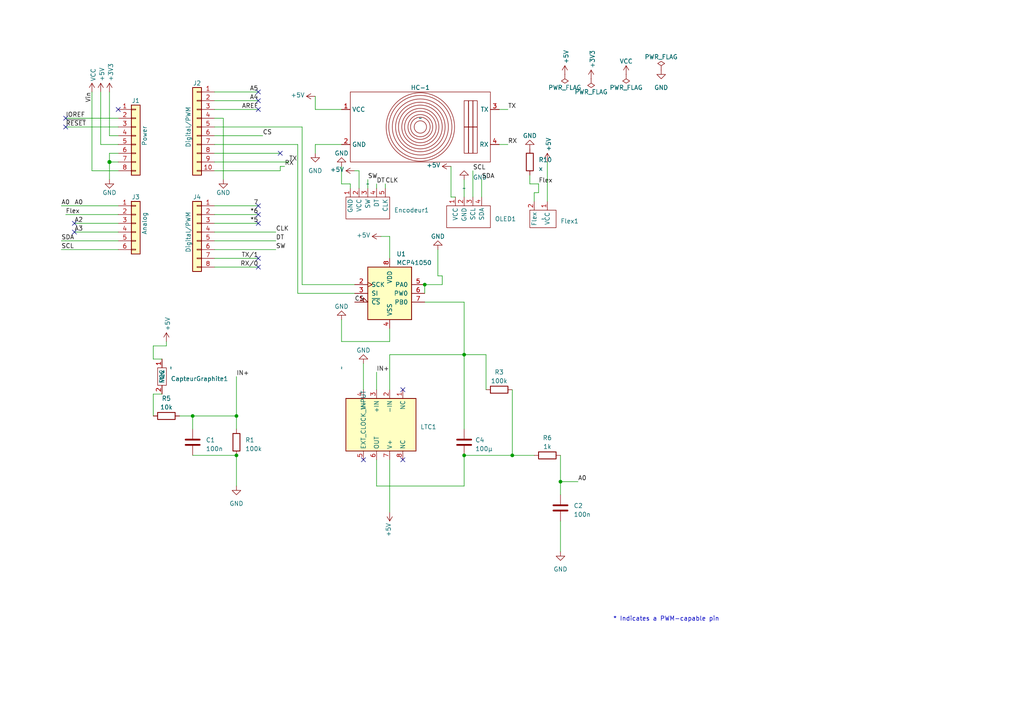
<source format=kicad_sch>
(kicad_sch (version 20230121) (generator eeschema)

  (uuid e63e39d7-6ac0-4ffd-8aa3-1841a4541b55)

  (paper "A4")

  (title_block
    (date "mar. 31 mars 2015")
  )

  (lib_symbols
    (symbol "Bluetooth_HC-05_1" (in_bom yes) (on_board yes)
      (property "Reference" "HC-05" (at 0 12.7 0)
        (effects (font (size 1.27 1.27)))
      )
      (property "Value" "" (at 0 2.54 0)
        (effects (font (size 1.27 1.27)))
      )
      (property "Footprint" "" (at 0 2.54 0)
        (effects (font (size 1.27 1.27)) hide)
      )
      (property "Datasheet" "" (at 0 2.54 0)
        (effects (font (size 1.27 1.27)) hide)
      )
      (symbol "Bluetooth_HC-05_1_0_1"
        (rectangle (start -20.32 10.16) (end 20.32 -10.16)
          (stroke (width 0) (type default))
          (fill (type none))
        )
        (circle (center 0 0) (radius 1.7961)
          (stroke (width 0) (type default))
          (fill (type none))
        )
        (circle (center 0 0) (radius 2.8398)
          (stroke (width 0) (type default))
          (fill (type none))
        )
        (circle (center 0 0) (radius 3.5921)
          (stroke (width 0) (type default))
          (fill (type none))
        )
        (circle (center 0 0) (radius 4.5791)
          (stroke (width 0) (type default))
          (fill (type none))
        )
        (circle (center 0 0) (radius 5.3882)
          (stroke (width 0) (type default))
          (fill (type none))
        )
        (circle (center 0 0) (radius 6.35)
          (stroke (width 0) (type default))
          (fill (type none))
        )
        (circle (center 0 0) (radius 7.1842)
          (stroke (width 0) (type default))
          (fill (type none))
        )
        (circle (center 0 0) (radius 8.132)
          (stroke (width 0) (type default))
          (fill (type none))
        )
        (circle (center 0 0) (radius 9.1581)
          (stroke (width 0) (type default))
          (fill (type none))
        )
        (circle (center 0 0) (radius 9.919)
          (stroke (width 0) (type default))
          (fill (type none))
        )
        (rectangle (start 12.7 0) (end 13.97 -7.62)
          (stroke (width 0) (type default))
          (fill (type none))
        )
        (rectangle (start 12.7 7.62) (end 13.97 0)
          (stroke (width 0) (type default))
          (fill (type none))
        )
        (rectangle (start 13.97 0) (end 15.24 -7.62)
          (stroke (width 0) (type default))
          (fill (type none))
        )
        (rectangle (start 13.97 7.62) (end 15.24 0)
          (stroke (width 0) (type default))
          (fill (type none))
        )
        (rectangle (start 15.24 0) (end 16.51 -7.62)
          (stroke (width 0) (type default))
          (fill (type none))
        )
        (rectangle (start 15.24 7.62) (end 16.51 0)
          (stroke (width 0) (type default))
          (fill (type none))
        )
      )
      (symbol "Bluetooth_HC-05_1_1_1"
        (pin bidirectional line (at -22.86 5.08 0) (length 2.54)
          (name "VCC" (effects (font (size 1.27 1.27))))
          (number "1" (effects (font (size 1.27 1.27))))
        )
        (pin bidirectional line (at -22.86 -5.08 0) (length 2.54)
          (name "GND" (effects (font (size 1.27 1.27))))
          (number "2" (effects (font (size 1.27 1.27))))
        )
        (pin bidirectional line (at 22.86 5.08 180) (length 2.54)
          (name "TX" (effects (font (size 1.27 1.27))))
          (number "3" (effects (font (size 1.27 1.27))))
        )
        (pin bidirectional line (at 22.86 -5.08 180) (length 2.54)
          (name "RX" (effects (font (size 1.27 1.27))))
          (number "4" (effects (font (size 1.27 1.27))))
        )
      )
    )
    (symbol "Capteur_Graphite:CapteurGraphite" (in_bom yes) (on_board yes)
      (property "Reference" "CapteurGraphite" (at 2.54 0 0)
        (effects (font (size 1.27 1.27)))
      )
      (property "Value" "" (at 0 0 0)
        (effects (font (size 1.27 1.27)))
      )
      (property "Footprint" "" (at 0 0 0)
        (effects (font (size 1.27 1.27)) hide)
      )
      (property "Datasheet" "" (at 0 0 0)
        (effects (font (size 1.27 1.27)) hide)
      )
      (symbol "CapteurGraphite_0_1"
        (rectangle (start 0 -1.27) (end 5.08 -3.81)
          (stroke (width 0) (type default))
          (fill (type none))
        )
      )
      (symbol "CapteurGraphite_1_1"
        (pin bidirectional line (at -2.54 -2.54 0) (length 2.54)
          (name "VCC" (effects (font (size 1.27 1.27))))
          (number "1" (effects (font (size 1.27 1.27))))
        )
        (pin bidirectional line (at 7.62 -2.54 180) (length 2.54)
          (name "Flex" (effects (font (size 1.27 1.27))))
          (number "2" (effects (font (size 1.27 1.27))))
        )
      )
    )
    (symbol "Capteur_Graphite:Encodeur" (in_bom yes) (on_board yes)
      (property "Reference" "Encodeur" (at 0 -8.89 0)
        (effects (font (size 1.27 1.27)))
      )
      (property "Value" "" (at 0 0 0)
        (effects (font (size 1.27 1.27)))
      )
      (property "Footprint" "" (at 0 0 0)
        (effects (font (size 1.27 1.27)) hide)
      )
      (property "Datasheet" "" (at 0 0 0)
        (effects (font (size 1.27 1.27)) hide)
      )
      (symbol "Encodeur_0_1"
        (rectangle (start -6.35 -3.81) (end 6.35 -10.16)
          (stroke (width 0) (type default))
          (fill (type none))
        )
      )
      (symbol "Encodeur_1_1"
        (pin bidirectional line (at -5.08 -1.27 270) (length 2.54)
          (name "GND" (effects (font (size 1.27 1.27))))
          (number "1" (effects (font (size 1.27 1.27))))
        )
        (pin bidirectional line (at -2.54 -1.27 270) (length 2.54)
          (name "VCC" (effects (font (size 1.27 1.27))))
          (number "2" (effects (font (size 1.27 1.27))))
        )
        (pin bidirectional line (at 0 -1.27 270) (length 2.54)
          (name "SW" (effects (font (size 1.27 1.27))))
          (number "3" (effects (font (size 1.27 1.27))))
        )
        (pin bidirectional line (at 2.54 -1.27 270) (length 2.54)
          (name "DT" (effects (font (size 1.27 1.27))))
          (number "4" (effects (font (size 1.27 1.27))))
        )
        (pin bidirectional line (at 5.08 -1.27 270) (length 2.54)
          (name "CLK" (effects (font (size 1.27 1.27))))
          (number "5" (effects (font (size 1.27 1.27))))
        )
      )
    )
    (symbol "Capteur_Graphite:Flex" (in_bom yes) (on_board yes)
      (property "Reference" "Flex" (at 0 3.81 0)
        (effects (font (size 1.27 1.27)))
      )
      (property "Value" "" (at 0 0 0)
        (effects (font (size 1.27 1.27)))
      )
      (property "Footprint" "" (at 0 0 0)
        (effects (font (size 1.27 1.27)) hide)
      )
      (property "Datasheet" "" (at 0 0 0)
        (effects (font (size 1.27 1.27)) hide)
      )
      (symbol "Flex_0_1"
        (rectangle (start 3.81 -2.54) (end -3.81 2.54)
          (stroke (width 0) (type default))
          (fill (type none))
        )
      )
      (symbol "Flex_1_1"
        (pin bidirectional line (at -1.27 -5.08 90) (length 2.54)
          (name "VCC" (effects (font (size 1.27 1.27))))
          (number "1" (effects (font (size 1.27 1.27))))
        )
        (pin bidirectional line (at 2.54 -5.08 90) (length 2.54)
          (name "Flex" (effects (font (size 1.27 1.27))))
          (number "2" (effects (font (size 1.27 1.27))))
        )
      )
    )
    (symbol "Capteur_Graphite:LTC1050" (in_bom yes) (on_board yes)
      (property "Reference" "LTC" (at 0 0 0)
        (effects (font (size 1.27 1.27)))
      )
      (property "Value" "" (at 0 0 0)
        (effects (font (size 1.27 1.27)))
      )
      (property "Footprint" "" (at 0 0 0)
        (effects (font (size 1.27 1.27)) hide)
      )
      (property "Datasheet" "" (at 0 0 0)
        (effects (font (size 1.27 1.27)) hide)
      )
      (symbol "LTC1050_0_1"
        (rectangle (start 8.89 21.59) (end 24.13 1.27)
          (stroke (width 0.254) (type default))
          (fill (type background))
        )
      )
      (symbol "LTC1050_1_1"
        (pin bidirectional line (at 6.35 17.78 0) (length 2.54)
          (name "NC" (effects (font (size 1.27 1.27))))
          (number "1" (effects (font (size 1.27 1.27))))
        )
        (pin bidirectional line (at 6.35 13.97 0) (length 2.54)
          (name "-IN" (effects (font (size 1.27 1.27))))
          (number "2" (effects (font (size 1.27 1.27))))
        )
        (pin bidirectional line (at 6.35 10.16 0) (length 2.54)
          (name "+IN" (effects (font (size 1.27 1.27))))
          (number "3" (effects (font (size 1.27 1.27))))
        )
        (pin bidirectional line (at 6.35 6.35 0) (length 2.54)
          (name "V-" (effects (font (size 1.27 1.27))))
          (number "4" (effects (font (size 1.27 1.27))))
        )
        (pin bidirectional line (at 26.67 6.35 180) (length 2.54)
          (name "EXT_CLOCK_INPUT" (effects (font (size 1.27 1.27))))
          (number "5" (effects (font (size 1.27 1.27))))
        )
        (pin bidirectional line (at 26.67 10.16 180) (length 2.54)
          (name "OUT" (effects (font (size 1.27 1.27))))
          (number "6" (effects (font (size 1.27 1.27))))
        )
        (pin bidirectional line (at 26.67 13.97 180) (length 2.54)
          (name "V+" (effects (font (size 1.27 1.27))))
          (number "7" (effects (font (size 1.27 1.27))))
        )
        (pin bidirectional line (at 26.67 17.78 180) (length 2.54)
          (name "NC" (effects (font (size 1.27 1.27))))
          (number "8" (effects (font (size 1.27 1.27))))
        )
      )
    )
    (symbol "Connector_Generic:Conn_01x06" (pin_names (offset 1.016) hide) (in_bom yes) (on_board yes)
      (property "Reference" "J" (at 0 7.62 0)
        (effects (font (size 1.27 1.27)))
      )
      (property "Value" "Conn_01x06" (at 0 -10.16 0)
        (effects (font (size 1.27 1.27)))
      )
      (property "Footprint" "" (at 0 0 0)
        (effects (font (size 1.27 1.27)) hide)
      )
      (property "Datasheet" "~" (at 0 0 0)
        (effects (font (size 1.27 1.27)) hide)
      )
      (property "ki_keywords" "connector" (at 0 0 0)
        (effects (font (size 1.27 1.27)) hide)
      )
      (property "ki_description" "Generic connector, single row, 01x06, script generated (kicad-library-utils/schlib/autogen/connector/)" (at 0 0 0)
        (effects (font (size 1.27 1.27)) hide)
      )
      (property "ki_fp_filters" "Connector*:*_1x??_*" (at 0 0 0)
        (effects (font (size 1.27 1.27)) hide)
      )
      (symbol "Conn_01x06_1_1"
        (rectangle (start -1.27 -7.493) (end 0 -7.747)
          (stroke (width 0.1524) (type default))
          (fill (type none))
        )
        (rectangle (start -1.27 -4.953) (end 0 -5.207)
          (stroke (width 0.1524) (type default))
          (fill (type none))
        )
        (rectangle (start -1.27 -2.413) (end 0 -2.667)
          (stroke (width 0.1524) (type default))
          (fill (type none))
        )
        (rectangle (start -1.27 0.127) (end 0 -0.127)
          (stroke (width 0.1524) (type default))
          (fill (type none))
        )
        (rectangle (start -1.27 2.667) (end 0 2.413)
          (stroke (width 0.1524) (type default))
          (fill (type none))
        )
        (rectangle (start -1.27 5.207) (end 0 4.953)
          (stroke (width 0.1524) (type default))
          (fill (type none))
        )
        (rectangle (start -1.27 6.35) (end 1.27 -8.89)
          (stroke (width 0.254) (type default))
          (fill (type background))
        )
        (pin passive line (at -5.08 5.08 0) (length 3.81)
          (name "Pin_1" (effects (font (size 1.27 1.27))))
          (number "1" (effects (font (size 1.27 1.27))))
        )
        (pin passive line (at -5.08 2.54 0) (length 3.81)
          (name "Pin_2" (effects (font (size 1.27 1.27))))
          (number "2" (effects (font (size 1.27 1.27))))
        )
        (pin passive line (at -5.08 0 0) (length 3.81)
          (name "Pin_3" (effects (font (size 1.27 1.27))))
          (number "3" (effects (font (size 1.27 1.27))))
        )
        (pin passive line (at -5.08 -2.54 0) (length 3.81)
          (name "Pin_4" (effects (font (size 1.27 1.27))))
          (number "4" (effects (font (size 1.27 1.27))))
        )
        (pin passive line (at -5.08 -5.08 0) (length 3.81)
          (name "Pin_5" (effects (font (size 1.27 1.27))))
          (number "5" (effects (font (size 1.27 1.27))))
        )
        (pin passive line (at -5.08 -7.62 0) (length 3.81)
          (name "Pin_6" (effects (font (size 1.27 1.27))))
          (number "6" (effects (font (size 1.27 1.27))))
        )
      )
    )
    (symbol "Connector_Generic:Conn_01x08" (pin_names (offset 1.016) hide) (in_bom yes) (on_board yes)
      (property "Reference" "J" (at 0 10.16 0)
        (effects (font (size 1.27 1.27)))
      )
      (property "Value" "Conn_01x08" (at 0 -12.7 0)
        (effects (font (size 1.27 1.27)))
      )
      (property "Footprint" "" (at 0 0 0)
        (effects (font (size 1.27 1.27)) hide)
      )
      (property "Datasheet" "~" (at 0 0 0)
        (effects (font (size 1.27 1.27)) hide)
      )
      (property "ki_keywords" "connector" (at 0 0 0)
        (effects (font (size 1.27 1.27)) hide)
      )
      (property "ki_description" "Generic connector, single row, 01x08, script generated (kicad-library-utils/schlib/autogen/connector/)" (at 0 0 0)
        (effects (font (size 1.27 1.27)) hide)
      )
      (property "ki_fp_filters" "Connector*:*_1x??_*" (at 0 0 0)
        (effects (font (size 1.27 1.27)) hide)
      )
      (symbol "Conn_01x08_1_1"
        (rectangle (start -1.27 -10.033) (end 0 -10.287)
          (stroke (width 0.1524) (type default))
          (fill (type none))
        )
        (rectangle (start -1.27 -7.493) (end 0 -7.747)
          (stroke (width 0.1524) (type default))
          (fill (type none))
        )
        (rectangle (start -1.27 -4.953) (end 0 -5.207)
          (stroke (width 0.1524) (type default))
          (fill (type none))
        )
        (rectangle (start -1.27 -2.413) (end 0 -2.667)
          (stroke (width 0.1524) (type default))
          (fill (type none))
        )
        (rectangle (start -1.27 0.127) (end 0 -0.127)
          (stroke (width 0.1524) (type default))
          (fill (type none))
        )
        (rectangle (start -1.27 2.667) (end 0 2.413)
          (stroke (width 0.1524) (type default))
          (fill (type none))
        )
        (rectangle (start -1.27 5.207) (end 0 4.953)
          (stroke (width 0.1524) (type default))
          (fill (type none))
        )
        (rectangle (start -1.27 7.747) (end 0 7.493)
          (stroke (width 0.1524) (type default))
          (fill (type none))
        )
        (rectangle (start -1.27 8.89) (end 1.27 -11.43)
          (stroke (width 0.254) (type default))
          (fill (type background))
        )
        (pin passive line (at -5.08 7.62 0) (length 3.81)
          (name "Pin_1" (effects (font (size 1.27 1.27))))
          (number "1" (effects (font (size 1.27 1.27))))
        )
        (pin passive line (at -5.08 5.08 0) (length 3.81)
          (name "Pin_2" (effects (font (size 1.27 1.27))))
          (number "2" (effects (font (size 1.27 1.27))))
        )
        (pin passive line (at -5.08 2.54 0) (length 3.81)
          (name "Pin_3" (effects (font (size 1.27 1.27))))
          (number "3" (effects (font (size 1.27 1.27))))
        )
        (pin passive line (at -5.08 0 0) (length 3.81)
          (name "Pin_4" (effects (font (size 1.27 1.27))))
          (number "4" (effects (font (size 1.27 1.27))))
        )
        (pin passive line (at -5.08 -2.54 0) (length 3.81)
          (name "Pin_5" (effects (font (size 1.27 1.27))))
          (number "5" (effects (font (size 1.27 1.27))))
        )
        (pin passive line (at -5.08 -5.08 0) (length 3.81)
          (name "Pin_6" (effects (font (size 1.27 1.27))))
          (number "6" (effects (font (size 1.27 1.27))))
        )
        (pin passive line (at -5.08 -7.62 0) (length 3.81)
          (name "Pin_7" (effects (font (size 1.27 1.27))))
          (number "7" (effects (font (size 1.27 1.27))))
        )
        (pin passive line (at -5.08 -10.16 0) (length 3.81)
          (name "Pin_8" (effects (font (size 1.27 1.27))))
          (number "8" (effects (font (size 1.27 1.27))))
        )
      )
    )
    (symbol "Connector_Generic:Conn_01x10" (pin_names (offset 1.016) hide) (in_bom yes) (on_board yes)
      (property "Reference" "J" (at 0 12.7 0)
        (effects (font (size 1.27 1.27)))
      )
      (property "Value" "Conn_01x10" (at 0 -15.24 0)
        (effects (font (size 1.27 1.27)))
      )
      (property "Footprint" "" (at 0 0 0)
        (effects (font (size 1.27 1.27)) hide)
      )
      (property "Datasheet" "~" (at 0 0 0)
        (effects (font (size 1.27 1.27)) hide)
      )
      (property "ki_keywords" "connector" (at 0 0 0)
        (effects (font (size 1.27 1.27)) hide)
      )
      (property "ki_description" "Generic connector, single row, 01x10, script generated (kicad-library-utils/schlib/autogen/connector/)" (at 0 0 0)
        (effects (font (size 1.27 1.27)) hide)
      )
      (property "ki_fp_filters" "Connector*:*_1x??_*" (at 0 0 0)
        (effects (font (size 1.27 1.27)) hide)
      )
      (symbol "Conn_01x10_1_1"
        (rectangle (start -1.27 -12.573) (end 0 -12.827)
          (stroke (width 0.1524) (type default))
          (fill (type none))
        )
        (rectangle (start -1.27 -10.033) (end 0 -10.287)
          (stroke (width 0.1524) (type default))
          (fill (type none))
        )
        (rectangle (start -1.27 -7.493) (end 0 -7.747)
          (stroke (width 0.1524) (type default))
          (fill (type none))
        )
        (rectangle (start -1.27 -4.953) (end 0 -5.207)
          (stroke (width 0.1524) (type default))
          (fill (type none))
        )
        (rectangle (start -1.27 -2.413) (end 0 -2.667)
          (stroke (width 0.1524) (type default))
          (fill (type none))
        )
        (rectangle (start -1.27 0.127) (end 0 -0.127)
          (stroke (width 0.1524) (type default))
          (fill (type none))
        )
        (rectangle (start -1.27 2.667) (end 0 2.413)
          (stroke (width 0.1524) (type default))
          (fill (type none))
        )
        (rectangle (start -1.27 5.207) (end 0 4.953)
          (stroke (width 0.1524) (type default))
          (fill (type none))
        )
        (rectangle (start -1.27 7.747) (end 0 7.493)
          (stroke (width 0.1524) (type default))
          (fill (type none))
        )
        (rectangle (start -1.27 10.287) (end 0 10.033)
          (stroke (width 0.1524) (type default))
          (fill (type none))
        )
        (rectangle (start -1.27 11.43) (end 1.27 -13.97)
          (stroke (width 0.254) (type default))
          (fill (type background))
        )
        (pin passive line (at -5.08 10.16 0) (length 3.81)
          (name "Pin_1" (effects (font (size 1.27 1.27))))
          (number "1" (effects (font (size 1.27 1.27))))
        )
        (pin passive line (at -5.08 -12.7 0) (length 3.81)
          (name "Pin_10" (effects (font (size 1.27 1.27))))
          (number "10" (effects (font (size 1.27 1.27))))
        )
        (pin passive line (at -5.08 7.62 0) (length 3.81)
          (name "Pin_2" (effects (font (size 1.27 1.27))))
          (number "2" (effects (font (size 1.27 1.27))))
        )
        (pin passive line (at -5.08 5.08 0) (length 3.81)
          (name "Pin_3" (effects (font (size 1.27 1.27))))
          (number "3" (effects (font (size 1.27 1.27))))
        )
        (pin passive line (at -5.08 2.54 0) (length 3.81)
          (name "Pin_4" (effects (font (size 1.27 1.27))))
          (number "4" (effects (font (size 1.27 1.27))))
        )
        (pin passive line (at -5.08 0 0) (length 3.81)
          (name "Pin_5" (effects (font (size 1.27 1.27))))
          (number "5" (effects (font (size 1.27 1.27))))
        )
        (pin passive line (at -5.08 -2.54 0) (length 3.81)
          (name "Pin_6" (effects (font (size 1.27 1.27))))
          (number "6" (effects (font (size 1.27 1.27))))
        )
        (pin passive line (at -5.08 -5.08 0) (length 3.81)
          (name "Pin_7" (effects (font (size 1.27 1.27))))
          (number "7" (effects (font (size 1.27 1.27))))
        )
        (pin passive line (at -5.08 -7.62 0) (length 3.81)
          (name "Pin_8" (effects (font (size 1.27 1.27))))
          (number "8" (effects (font (size 1.27 1.27))))
        )
        (pin passive line (at -5.08 -10.16 0) (length 3.81)
          (name "Pin_9" (effects (font (size 1.27 1.27))))
          (number "9" (effects (font (size 1.27 1.27))))
        )
      )
    )
    (symbol "Device:C" (pin_numbers hide) (pin_names (offset 0.254)) (in_bom yes) (on_board yes)
      (property "Reference" "C" (at 0.635 2.54 0)
        (effects (font (size 1.27 1.27)) (justify left))
      )
      (property "Value" "C" (at 0.635 -2.54 0)
        (effects (font (size 1.27 1.27)) (justify left))
      )
      (property "Footprint" "" (at 0.9652 -3.81 0)
        (effects (font (size 1.27 1.27)) hide)
      )
      (property "Datasheet" "~" (at 0 0 0)
        (effects (font (size 1.27 1.27)) hide)
      )
      (property "ki_keywords" "cap capacitor" (at 0 0 0)
        (effects (font (size 1.27 1.27)) hide)
      )
      (property "ki_description" "Unpolarized capacitor" (at 0 0 0)
        (effects (font (size 1.27 1.27)) hide)
      )
      (property "ki_fp_filters" "C_*" (at 0 0 0)
        (effects (font (size 1.27 1.27)) hide)
      )
      (symbol "C_0_1"
        (polyline
          (pts
            (xy -2.032 -0.762)
            (xy 2.032 -0.762)
          )
          (stroke (width 0.508) (type default))
          (fill (type none))
        )
        (polyline
          (pts
            (xy -2.032 0.762)
            (xy 2.032 0.762)
          )
          (stroke (width 0.508) (type default))
          (fill (type none))
        )
      )
      (symbol "C_1_1"
        (pin passive line (at 0 3.81 270) (length 2.794)
          (name "~" (effects (font (size 1.27 1.27))))
          (number "1" (effects (font (size 1.27 1.27))))
        )
        (pin passive line (at 0 -3.81 90) (length 2.794)
          (name "~" (effects (font (size 1.27 1.27))))
          (number "2" (effects (font (size 1.27 1.27))))
        )
      )
    )
    (symbol "Device:R" (pin_numbers hide) (pin_names (offset 0)) (in_bom yes) (on_board yes)
      (property "Reference" "R" (at 2.032 0 90)
        (effects (font (size 1.27 1.27)))
      )
      (property "Value" "R" (at 0 0 90)
        (effects (font (size 1.27 1.27)))
      )
      (property "Footprint" "" (at -1.778 0 90)
        (effects (font (size 1.27 1.27)) hide)
      )
      (property "Datasheet" "~" (at 0 0 0)
        (effects (font (size 1.27 1.27)) hide)
      )
      (property "ki_keywords" "R res resistor" (at 0 0 0)
        (effects (font (size 1.27 1.27)) hide)
      )
      (property "ki_description" "Resistor" (at 0 0 0)
        (effects (font (size 1.27 1.27)) hide)
      )
      (property "ki_fp_filters" "R_*" (at 0 0 0)
        (effects (font (size 1.27 1.27)) hide)
      )
      (symbol "R_0_1"
        (rectangle (start -1.016 -2.54) (end 1.016 2.54)
          (stroke (width 0.254) (type default))
          (fill (type none))
        )
      )
      (symbol "R_1_1"
        (pin passive line (at 0 3.81 270) (length 1.27)
          (name "~" (effects (font (size 1.27 1.27))))
          (number "1" (effects (font (size 1.27 1.27))))
        )
        (pin passive line (at 0 -3.81 90) (length 1.27)
          (name "~" (effects (font (size 1.27 1.27))))
          (number "2" (effects (font (size 1.27 1.27))))
        )
      )
    )
    (symbol "GND_1" (power) (pin_names (offset 0)) (in_bom yes) (on_board yes)
      (property "Reference" "#PWR" (at 0 -6.35 0)
        (effects (font (size 1.27 1.27)) hide)
      )
      (property "Value" "GND_1" (at 0 -3.81 0)
        (effects (font (size 1.27 1.27)))
      )
      (property "Footprint" "" (at 0 0 0)
        (effects (font (size 1.27 1.27)) hide)
      )
      (property "Datasheet" "" (at 0 0 0)
        (effects (font (size 1.27 1.27)) hide)
      )
      (property "ki_keywords" "global power" (at 0 0 0)
        (effects (font (size 1.27 1.27)) hide)
      )
      (property "ki_description" "Power symbol creates a global label with name \"GND\" , ground" (at 0 0 0)
        (effects (font (size 1.27 1.27)) hide)
      )
      (symbol "GND_1_0_1"
        (polyline
          (pts
            (xy 0 0)
            (xy 0 -1.27)
            (xy 1.27 -1.27)
            (xy 0 -2.54)
            (xy -1.27 -1.27)
            (xy 0 -1.27)
          )
          (stroke (width 0) (type default))
          (fill (type none))
        )
      )
      (symbol "GND_1_1_1"
        (pin power_in line (at 0 0 270) (length 0) hide
          (name "GND" (effects (font (size 1.27 1.27))))
          (number "1" (effects (font (size 1.27 1.27))))
        )
      )
    )
    (symbol "GND_2" (power) (pin_names (offset 0)) (in_bom yes) (on_board yes)
      (property "Reference" "#PWR" (at 0 -6.35 0)
        (effects (font (size 1.27 1.27)) hide)
      )
      (property "Value" "GND_2" (at 0 -3.81 0)
        (effects (font (size 1.27 1.27)))
      )
      (property "Footprint" "" (at 0 0 0)
        (effects (font (size 1.27 1.27)) hide)
      )
      (property "Datasheet" "" (at 0 0 0)
        (effects (font (size 1.27 1.27)) hide)
      )
      (property "ki_keywords" "global power" (at 0 0 0)
        (effects (font (size 1.27 1.27)) hide)
      )
      (property "ki_description" "Power symbol creates a global label with name \"GND\" , ground" (at 0 0 0)
        (effects (font (size 1.27 1.27)) hide)
      )
      (symbol "GND_2_0_1"
        (polyline
          (pts
            (xy 0 0)
            (xy 0 -1.27)
            (xy 1.27 -1.27)
            (xy 0 -2.54)
            (xy -1.27 -1.27)
            (xy 0 -1.27)
          )
          (stroke (width 0) (type default))
          (fill (type none))
        )
      )
      (symbol "GND_2_1_1"
        (pin power_in line (at 0 0 270) (length 0) hide
          (name "GND" (effects (font (size 1.27 1.27))))
          (number "1" (effects (font (size 1.27 1.27))))
        )
      )
    )
    (symbol "OLED_1" (in_bom yes) (on_board yes)
      (property "Reference" "OLED" (at 0 0 0)
        (effects (font (size 1.27 1.27)))
      )
      (property "Value" "" (at 0 0 0)
        (effects (font (size 1.27 1.27)))
      )
      (property "Footprint" "" (at 0 0 0)
        (effects (font (size 1.27 1.27)) hide)
      )
      (property "Datasheet" "" (at 0 0 0)
        (effects (font (size 1.27 1.27)) hide)
      )
      (symbol "OLED_1_0_1"
        (rectangle (start 7.62 -5.08) (end -5.08 -11.43)
          (stroke (width 0) (type default))
          (fill (type none))
        )
      )
      (symbol "OLED_1_1_1"
        (pin bidirectional line (at -2.54 -2.54 270) (length 2.54)
          (name "VCC" (effects (font (size 1.27 1.27))))
          (number "1" (effects (font (size 1.27 1.27))))
        )
        (pin bidirectional line (at 0 -2.54 270) (length 2.54)
          (name "GND" (effects (font (size 1.27 1.27))))
          (number "2" (effects (font (size 1.27 1.27))))
        )
        (pin bidirectional line (at 2.54 -2.54 270) (length 2.54)
          (name "SCL" (effects (font (size 1.27 1.27))))
          (number "3" (effects (font (size 1.27 1.27))))
        )
        (pin bidirectional line (at 5.08 -2.54 270) (length 2.54)
          (name "SDA" (effects (font (size 1.27 1.27))))
          (number "4" (effects (font (size 1.27 1.27))))
        )
      )
    )
    (symbol "Potentiometer_Digital:MCP41050" (pin_names (offset 1.016)) (in_bom yes) (on_board yes)
      (property "Reference" "U" (at -6.35 8.89 0)
        (effects (font (size 1.27 1.27)) (justify left))
      )
      (property "Value" "MCP41050" (at 1.27 8.89 0)
        (effects (font (size 1.27 1.27)) (justify left))
      )
      (property "Footprint" "" (at 0 0 0)
        (effects (font (size 1.27 1.27)) hide)
      )
      (property "Datasheet" "http://ww1.microchip.com/downloads/en/DeviceDoc/11195c.pdf" (at 0 0 0)
        (effects (font (size 1.27 1.27)) hide)
      )
      (property "ki_keywords" "R POT" (at 0 0 0)
        (effects (font (size 1.27 1.27)) hide)
      )
      (property "ki_description" "Single Digital Potentiometer, SPI interface, 256 taps, 50 kohm" (at 0 0 0)
        (effects (font (size 1.27 1.27)) hide)
      )
      (property "ki_fp_filters" "DIP*W7.62mm* SOIC*P1.27mm*" (at 0 0 0)
        (effects (font (size 1.27 1.27)) hide)
      )
      (symbol "MCP41050_0_1"
        (rectangle (start -6.35 7.62) (end 6.35 -7.62)
          (stroke (width 0.254) (type default))
          (fill (type background))
        )
      )
      (symbol "MCP41050_1_1"
        (pin input input_low (at -10.16 -2.54 0) (length 3.81)
          (name "~{CS}" (effects (font (size 1.27 1.27))))
          (number "1" (effects (font (size 1.27 1.27))))
        )
        (pin passive clock (at -10.16 2.54 0) (length 3.81)
          (name "SCK" (effects (font (size 1.27 1.27))))
          (number "2" (effects (font (size 1.27 1.27))))
        )
        (pin input line (at -10.16 0 0) (length 3.81)
          (name "SI" (effects (font (size 1.27 1.27))))
          (number "3" (effects (font (size 1.27 1.27))))
        )
        (pin power_in line (at 0 -10.16 90) (length 2.54)
          (name "VSS" (effects (font (size 1.27 1.27))))
          (number "4" (effects (font (size 1.27 1.27))))
        )
        (pin passive line (at 10.16 2.54 180) (length 3.81)
          (name "PA0" (effects (font (size 1.27 1.27))))
          (number "5" (effects (font (size 1.27 1.27))))
        )
        (pin passive line (at 10.16 0 180) (length 3.81)
          (name "PW0" (effects (font (size 1.27 1.27))))
          (number "6" (effects (font (size 1.27 1.27))))
        )
        (pin passive line (at 10.16 -2.54 180) (length 3.81)
          (name "PB0" (effects (font (size 1.27 1.27))))
          (number "7" (effects (font (size 1.27 1.27))))
        )
        (pin power_in line (at 0 10.16 270) (length 2.54)
          (name "VDD" (effects (font (size 1.27 1.27))))
          (number "8" (effects (font (size 1.27 1.27))))
        )
      )
    )
    (symbol "VCC_1" (power) (pin_names (offset 0)) (in_bom yes) (on_board yes)
      (property "Reference" "#PWR" (at 0 -3.81 0)
        (effects (font (size 1.27 1.27)) hide)
      )
      (property "Value" "VCC_1" (at 0 3.81 0)
        (effects (font (size 1.27 1.27)))
      )
      (property "Footprint" "" (at 0 0 0)
        (effects (font (size 1.27 1.27)) hide)
      )
      (property "Datasheet" "" (at 0 0 0)
        (effects (font (size 1.27 1.27)) hide)
      )
      (property "ki_keywords" "global power" (at 0 0 0)
        (effects (font (size 1.27 1.27)) hide)
      )
      (property "ki_description" "Power symbol creates a global label with name \"VCC\"" (at 0 0 0)
        (effects (font (size 1.27 1.27)) hide)
      )
      (symbol "VCC_1_0_1"
        (polyline
          (pts
            (xy -0.762 1.27)
            (xy 0 2.54)
          )
          (stroke (width 0) (type default))
          (fill (type none))
        )
        (polyline
          (pts
            (xy 0 0)
            (xy 0 2.54)
          )
          (stroke (width 0) (type default))
          (fill (type none))
        )
        (polyline
          (pts
            (xy 0 2.54)
            (xy 0.762 1.27)
          )
          (stroke (width 0) (type default))
          (fill (type none))
        )
      )
      (symbol "VCC_1_1_1"
        (pin power_in line (at 0 0 90) (length 0) hide
          (name "VCC" (effects (font (size 1.27 1.27))))
          (number "1" (effects (font (size 1.27 1.27))))
        )
      )
    )
    (symbol "power:+3V3" (power) (pin_names (offset 0)) (in_bom yes) (on_board yes)
      (property "Reference" "#PWR" (at 0 -3.81 0)
        (effects (font (size 1.27 1.27)) hide)
      )
      (property "Value" "+3V3" (at 0 3.556 0)
        (effects (font (size 1.27 1.27)))
      )
      (property "Footprint" "" (at 0 0 0)
        (effects (font (size 1.27 1.27)) hide)
      )
      (property "Datasheet" "" (at 0 0 0)
        (effects (font (size 1.27 1.27)) hide)
      )
      (property "ki_keywords" "power-flag" (at 0 0 0)
        (effects (font (size 1.27 1.27)) hide)
      )
      (property "ki_description" "Power symbol creates a global label with name \"+3V3\"" (at 0 0 0)
        (effects (font (size 1.27 1.27)) hide)
      )
      (symbol "+3V3_0_1"
        (polyline
          (pts
            (xy -0.762 1.27)
            (xy 0 2.54)
          )
          (stroke (width 0) (type default))
          (fill (type none))
        )
        (polyline
          (pts
            (xy 0 0)
            (xy 0 2.54)
          )
          (stroke (width 0) (type default))
          (fill (type none))
        )
        (polyline
          (pts
            (xy 0 2.54)
            (xy 0.762 1.27)
          )
          (stroke (width 0) (type default))
          (fill (type none))
        )
      )
      (symbol "+3V3_1_1"
        (pin power_in line (at 0 0 90) (length 0) hide
          (name "+3V3" (effects (font (size 1.27 1.27))))
          (number "1" (effects (font (size 1.27 1.27))))
        )
      )
    )
    (symbol "power:+5V" (power) (pin_names (offset 0)) (in_bom yes) (on_board yes)
      (property "Reference" "#PWR" (at 0 -3.81 0)
        (effects (font (size 1.27 1.27)) hide)
      )
      (property "Value" "+5V" (at 0 3.556 0)
        (effects (font (size 1.27 1.27)))
      )
      (property "Footprint" "" (at 0 0 0)
        (effects (font (size 1.27 1.27)) hide)
      )
      (property "Datasheet" "" (at 0 0 0)
        (effects (font (size 1.27 1.27)) hide)
      )
      (property "ki_keywords" "power-flag" (at 0 0 0)
        (effects (font (size 1.27 1.27)) hide)
      )
      (property "ki_description" "Power symbol creates a global label with name \"+5V\"" (at 0 0 0)
        (effects (font (size 1.27 1.27)) hide)
      )
      (symbol "+5V_0_1"
        (polyline
          (pts
            (xy -0.762 1.27)
            (xy 0 2.54)
          )
          (stroke (width 0) (type default))
          (fill (type none))
        )
        (polyline
          (pts
            (xy 0 0)
            (xy 0 2.54)
          )
          (stroke (width 0) (type default))
          (fill (type none))
        )
        (polyline
          (pts
            (xy 0 2.54)
            (xy 0.762 1.27)
          )
          (stroke (width 0) (type default))
          (fill (type none))
        )
      )
      (symbol "+5V_1_1"
        (pin power_in line (at 0 0 90) (length 0) hide
          (name "+5V" (effects (font (size 1.27 1.27))))
          (number "1" (effects (font (size 1.27 1.27))))
        )
      )
    )
    (symbol "power:GND" (power) (pin_names (offset 0)) (in_bom yes) (on_board yes)
      (property "Reference" "#PWR" (at 0 -6.35 0)
        (effects (font (size 1.27 1.27)) hide)
      )
      (property "Value" "GND" (at 0 -3.81 0)
        (effects (font (size 1.27 1.27)))
      )
      (property "Footprint" "" (at 0 0 0)
        (effects (font (size 1.27 1.27)) hide)
      )
      (property "Datasheet" "" (at 0 0 0)
        (effects (font (size 1.27 1.27)) hide)
      )
      (property "ki_keywords" "power-flag" (at 0 0 0)
        (effects (font (size 1.27 1.27)) hide)
      )
      (property "ki_description" "Power symbol creates a global label with name \"GND\" , ground" (at 0 0 0)
        (effects (font (size 1.27 1.27)) hide)
      )
      (symbol "GND_0_1"
        (polyline
          (pts
            (xy 0 0)
            (xy 0 -1.27)
            (xy 1.27 -1.27)
            (xy 0 -2.54)
            (xy -1.27 -1.27)
            (xy 0 -1.27)
          )
          (stroke (width 0) (type default))
          (fill (type none))
        )
      )
      (symbol "GND_1_1"
        (pin power_in line (at 0 0 270) (length 0) hide
          (name "GND" (effects (font (size 1.27 1.27))))
          (number "1" (effects (font (size 1.27 1.27))))
        )
      )
    )
    (symbol "power:PWR_FLAG" (power) (pin_numbers hide) (pin_names (offset 0) hide) (in_bom yes) (on_board yes)
      (property "Reference" "#FLG" (at 0 1.905 0)
        (effects (font (size 1.27 1.27)) hide)
      )
      (property "Value" "PWR_FLAG" (at 0 3.81 0)
        (effects (font (size 1.27 1.27)))
      )
      (property "Footprint" "" (at 0 0 0)
        (effects (font (size 1.27 1.27)) hide)
      )
      (property "Datasheet" "~" (at 0 0 0)
        (effects (font (size 1.27 1.27)) hide)
      )
      (property "ki_keywords" "flag power" (at 0 0 0)
        (effects (font (size 1.27 1.27)) hide)
      )
      (property "ki_description" "Special symbol for telling ERC where power comes from" (at 0 0 0)
        (effects (font (size 1.27 1.27)) hide)
      )
      (symbol "PWR_FLAG_0_0"
        (pin power_out line (at 0 0 90) (length 0)
          (name "pwr" (effects (font (size 1.27 1.27))))
          (number "1" (effects (font (size 1.27 1.27))))
        )
      )
      (symbol "PWR_FLAG_0_1"
        (polyline
          (pts
            (xy 0 0)
            (xy 0 1.27)
            (xy -1.016 1.905)
            (xy 0 2.54)
            (xy 1.016 1.905)
            (xy 0 1.27)
          )
          (stroke (width 0) (type default))
          (fill (type none))
        )
      )
    )
    (symbol "power:VCC" (power) (pin_names (offset 0)) (in_bom yes) (on_board yes)
      (property "Reference" "#PWR" (at 0 -3.81 0)
        (effects (font (size 1.27 1.27)) hide)
      )
      (property "Value" "VCC" (at 0 3.81 0)
        (effects (font (size 1.27 1.27)))
      )
      (property "Footprint" "" (at 0 0 0)
        (effects (font (size 1.27 1.27)) hide)
      )
      (property "Datasheet" "" (at 0 0 0)
        (effects (font (size 1.27 1.27)) hide)
      )
      (property "ki_keywords" "power-flag" (at 0 0 0)
        (effects (font (size 1.27 1.27)) hide)
      )
      (property "ki_description" "Power symbol creates a global label with name \"VCC\"" (at 0 0 0)
        (effects (font (size 1.27 1.27)) hide)
      )
      (symbol "VCC_0_1"
        (polyline
          (pts
            (xy -0.762 1.27)
            (xy 0 2.54)
          )
          (stroke (width 0) (type default))
          (fill (type none))
        )
        (polyline
          (pts
            (xy 0 0)
            (xy 0 2.54)
          )
          (stroke (width 0) (type default))
          (fill (type none))
        )
        (polyline
          (pts
            (xy 0 2.54)
            (xy 0.762 1.27)
          )
          (stroke (width 0) (type default))
          (fill (type none))
        )
      )
      (symbol "VCC_1_1"
        (pin power_in line (at 0 0 90) (length 0) hide
          (name "VCC" (effects (font (size 1.27 1.27))))
          (number "1" (effects (font (size 1.27 1.27))))
        )
      )
    )
  )


  (junction (at 162.56 139.7) (diameter 0) (color 0 0 0 0)
    (uuid 00260ce9-e8cf-4de8-a640-2feab5f32d0f)
  )
  (junction (at 68.58 132.08) (diameter 0) (color 0 0 0 0)
    (uuid 1513eda7-bb95-4882-b879-c0b8040feb7b)
  )
  (junction (at 123.19 82.55) (diameter 0) (color 0 0 0 0)
    (uuid 1cbcdcd1-028d-48d4-be30-2bf079660f9b)
  )
  (junction (at 134.62 102.87) (diameter 0) (color 0 0 0 0)
    (uuid 346a6de8-cee6-4fc1-95ec-af72059de1b9)
  )
  (junction (at 31.75 46.99) (diameter 1.016) (color 0 0 0 0)
    (uuid 3dcc657b-55a1-48e0-9667-e01e7b6b08b5)
  )
  (junction (at 55.88 120.65) (diameter 0) (color 0 0 0 0)
    (uuid 4eff8861-91b4-4df0-b831-ff2a771e2e42)
  )
  (junction (at 148.59 132.08) (diameter 0) (color 0 0 0 0)
    (uuid 60e24aaf-557b-4b2e-9a3a-da69dea49e6b)
  )
  (junction (at 68.58 120.65) (diameter 0) (color 0 0 0 0)
    (uuid 7c937962-3994-4119-a4c3-9b629a572d3c)
  )
  (junction (at 134.62 132.08) (diameter 0) (color 0 0 0 0)
    (uuid daea0f2b-9bd0-4d5f-a880-8b664065d10c)
  )

  (no_connect (at 74.93 77.47) (uuid 10ae4ddc-0317-4ccc-8c5e-6c007b8ff407))
  (no_connect (at 21.59 64.77) (uuid 11854fbb-a831-4c74-a3d7-13d0919f51a3))
  (no_connect (at 74.93 64.77) (uuid 22c20390-3357-4963-9fcb-a6abdd905e37))
  (no_connect (at 81.28 44.45) (uuid 28f40a46-d88f-4f74-a9ce-8c814dcae6ed))
  (no_connect (at 74.93 59.69) (uuid 3bea4a53-04d7-46d6-9959-936e69a2e92c))
  (no_connect (at 116.84 133.35) (uuid 9af42bb3-850b-418e-b4cd-2b9a23bf6002))
  (no_connect (at 19.05 34.29) (uuid ab9f54e1-2e70-4010-9c50-0ebf9a1e8752))
  (no_connect (at 21.59 67.31) (uuid ad426990-e7bf-4055-b363-a4530d5c1e73))
  (no_connect (at 74.93 29.21) (uuid b7e9a650-ffcf-4267-bcc4-aceae23479f2))
  (no_connect (at 116.84 113.03) (uuid b82e6b1a-5ac2-458a-8370-db0d5cc61a7f))
  (no_connect (at 19.05 36.83) (uuid bb83f975-77c6-43c6-ad5c-0370298015c4))
  (no_connect (at 74.93 31.75) (uuid c00b0a00-544d-4ca6-a440-82f94f08c31a))
  (no_connect (at 74.93 62.23) (uuid c9a5b595-36ee-4d91-833a-59e0ac14de75))
  (no_connect (at 105.41 133.35) (uuid cf765685-7ad9-4731-9c7f-cd333687032f))
  (no_connect (at 74.93 26.67) (uuid d0ad45b7-af98-45d0-abeb-f3a444175514))
  (no_connect (at 34.29 31.75) (uuid d181157c-7812-47e5-a0cf-9580c905fc86))
  (no_connect (at 74.93 74.93) (uuid fac26c95-5b6a-420d-b35a-7008c7b4c6f4))

  (wire (pts (xy 62.23 77.47) (xy 74.93 77.47))
    (stroke (width 0) (type solid))
    (uuid 010ba307-2067-49d3-b0fa-6414143f3fc2)
  )
  (wire (pts (xy 154.94 55.88) (xy 154.94 58.42))
    (stroke (width 0) (type default))
    (uuid 0270eeab-88cf-4d48-9691-7385071d5c27)
  )
  (wire (pts (xy 68.58 109.22) (xy 68.58 120.65))
    (stroke (width 0) (type default))
    (uuid 02f13f9f-db6e-410b-b35d-3f60ccf82690)
  )
  (wire (pts (xy 48.26 99.06) (xy 48.26 100.33))
    (stroke (width 0) (type default))
    (uuid 091a0af1-b448-499c-a56f-b5a0a4c86140)
  )
  (wire (pts (xy 91.44 41.91) (xy 91.44 44.45))
    (stroke (width 0) (type default))
    (uuid 095dd330-1f01-4b3c-ae1b-2a5c63b2d4c2)
  )
  (wire (pts (xy 99.06 48.26) (xy 99.06 53.34))
    (stroke (width 0) (type default))
    (uuid 0b016cd0-fcba-4b31-be13-5f443d4c0790)
  )
  (wire (pts (xy 148.59 132.08) (xy 154.94 132.08))
    (stroke (width 0) (type default))
    (uuid 0d651ef6-e5f4-4491-8649-14228d1c7368)
  )
  (wire (pts (xy 62.23 26.67) (xy 74.93 26.67))
    (stroke (width 0) (type solid))
    (uuid 0f5d2189-4ead-42fa-8f7a-cfa3af4de132)
  )
  (wire (pts (xy 87.63 82.55) (xy 87.63 36.83))
    (stroke (width 0) (type default))
    (uuid 10a6b428-3a33-4b97-9ae3-450ff59d8e91)
  )
  (wire (pts (xy 62.23 72.39) (xy 80.01 72.39))
    (stroke (width 0) (type default))
    (uuid 10c3a585-418f-455a-8841-401db9ab59dc)
  )
  (wire (pts (xy 55.88 120.65) (xy 55.88 124.46))
    (stroke (width 0) (type default))
    (uuid 13f4cbf8-5361-42e4-8327-843ccd670acc)
  )
  (wire (pts (xy 144.78 41.91) (xy 147.32 41.91))
    (stroke (width 0) (type default))
    (uuid 19cac4fc-93ef-4a5b-967d-6be8c7086c6b)
  )
  (wire (pts (xy 31.75 44.45) (xy 31.75 46.99))
    (stroke (width 0) (type solid))
    (uuid 1c31b835-925f-4a5c-92df-8f2558bb711b)
  )
  (wire (pts (xy 134.62 87.63) (xy 134.62 102.87))
    (stroke (width 0) (type default))
    (uuid 1e1ead22-cf79-472e-9b6d-a6e70b4317a6)
  )
  (wire (pts (xy 128.27 82.55) (xy 128.27 80.01))
    (stroke (width 0) (type default))
    (uuid 1eb1436f-a86a-4e40-863e-5e9d1ba1f2ea)
  )
  (wire (pts (xy 148.59 113.03) (xy 148.59 132.08))
    (stroke (width 0) (type default))
    (uuid 1f0ba895-406b-458e-9130-e42c8ea1d6a5)
  )
  (wire (pts (xy 91.44 41.91) (xy 99.06 41.91))
    (stroke (width 0) (type default))
    (uuid 298da06f-aff2-4c3b-b13b-6c1665af5418)
  )
  (wire (pts (xy 162.56 139.7) (xy 162.56 143.51))
    (stroke (width 0) (type default))
    (uuid 2c8deeb8-3f3f-4847-8c39-89d482b48f21)
  )
  (wire (pts (xy 31.75 46.99) (xy 31.75 52.07))
    (stroke (width 0) (type solid))
    (uuid 2df788b2-ce68-49bc-a497-4b6570a17f30)
  )
  (wire (pts (xy 44.45 104.14) (xy 46.99 104.14))
    (stroke (width 0) (type default))
    (uuid 2eb0f089-a1a1-4a87-97d7-f35d52f3a9a4)
  )
  (wire (pts (xy 31.75 39.37) (xy 34.29 39.37))
    (stroke (width 0) (type solid))
    (uuid 3334b11d-5a13-40b4-a117-d693c543e4ab)
  )
  (wire (pts (xy 29.21 41.91) (xy 34.29 41.91))
    (stroke (width 0) (type solid))
    (uuid 3661f80c-fef8-4441-83be-df8930b3b45e)
  )
  (wire (pts (xy 29.21 26.67) (xy 29.21 41.91))
    (stroke (width 0) (type solid))
    (uuid 392bf1f6-bf67-427d-8d4c-0a87cb757556)
  )
  (wire (pts (xy 81.28 49.53) (xy 62.23 49.53))
    (stroke (width 0) (type default))
    (uuid 3dcdd525-e412-4e60-82b3-328437cc28bd)
  )
  (wire (pts (xy 91.44 31.75) (xy 99.06 31.75))
    (stroke (width 0) (type default))
    (uuid 41e28295-85e8-49b0-b224-7e65c950f88e)
  )
  (wire (pts (xy 62.23 36.83) (xy 87.63 36.83))
    (stroke (width 0) (type solid))
    (uuid 4227fa6f-c399-4f14-8228-23e39d2b7e7d)
  )
  (wire (pts (xy 154.94 55.88) (xy 156.21 55.88))
    (stroke (width 0) (type default))
    (uuid 43d06c87-e485-4368-8e21-cf422bb498f9)
  )
  (wire (pts (xy 31.75 26.67) (xy 31.75 39.37))
    (stroke (width 0) (type solid))
    (uuid 442fb4de-4d55-45de-bc27-3e6222ceb890)
  )
  (wire (pts (xy 140.97 102.87) (xy 134.62 102.87))
    (stroke (width 0) (type default))
    (uuid 444bc571-a916-4070-8b7c-22f2e5ddf773)
  )
  (wire (pts (xy 62.23 59.69) (xy 74.93 59.69))
    (stroke (width 0) (type solid))
    (uuid 4455ee2e-5642-42c1-a83b-f7e65fa0c2f1)
  )
  (wire (pts (xy 17.78 59.69) (xy 34.29 59.69))
    (stroke (width 0) (type solid))
    (uuid 486ca832-85f4-4989-b0f4-569faf9be534)
  )
  (wire (pts (xy 62.23 39.37) (xy 76.2 39.37))
    (stroke (width 0) (type solid))
    (uuid 4a910b57-a5cd-4105-ab4f-bde2a80d4f00)
  )
  (wire (pts (xy 137.16 49.53) (xy 137.16 57.15))
    (stroke (width 0) (type default))
    (uuid 4c20bcc4-0263-49c8-979a-89a7c5855920)
  )
  (wire (pts (xy 101.6 53.34) (xy 101.6 54.61))
    (stroke (width 0) (type default))
    (uuid 4c45e488-78f9-4ed5-a36d-6fe209e38a43)
  )
  (wire (pts (xy 62.23 62.23) (xy 74.93 62.23))
    (stroke (width 0) (type solid))
    (uuid 4e60e1af-19bd-45a0-b418-b7030b594dde)
  )
  (wire (pts (xy 113.03 133.35) (xy 113.03 148.59))
    (stroke (width 0) (type default))
    (uuid 4fc0f07c-847e-4fe4-9519-9135da32f4bb)
  )
  (wire (pts (xy 139.7 52.07) (xy 139.7 57.15))
    (stroke (width 0) (type default))
    (uuid 5051408c-ca9e-4597-b928-69c69b4be6d9)
  )
  (wire (pts (xy 127 72.39) (xy 127 80.01))
    (stroke (width 0) (type default))
    (uuid 53dd0432-6d55-4626-b53b-cf7c0be9aaa4)
  )
  (wire (pts (xy 128.27 80.01) (xy 127 80.01))
    (stroke (width 0) (type default))
    (uuid 54c236ff-2659-424c-b9a6-b1120296b75d)
  )
  (wire (pts (xy 158.75 46.99) (xy 158.75 58.42))
    (stroke (width 0) (type default))
    (uuid 57e23a8c-afd1-4054-8102-a227f5e01bbd)
  )
  (wire (pts (xy 123.19 82.55) (xy 123.19 85.09))
    (stroke (width 0) (type default))
    (uuid 5a8a5847-3449-4692-bb52-007bf8de413b)
  )
  (wire (pts (xy 162.56 139.7) (xy 167.64 139.7))
    (stroke (width 0) (type default))
    (uuid 5c5bdb96-f350-460a-8bac-94458e83316f)
  )
  (wire (pts (xy 123.19 87.63) (xy 134.62 87.63))
    (stroke (width 0) (type default))
    (uuid 5d28a577-90e1-483a-9f6b-2b5440a65c60)
  )
  (wire (pts (xy 86.36 85.09) (xy 86.36 41.91))
    (stroke (width 0) (type default))
    (uuid 6080a6e1-4c02-467a-af27-d465a0e1ee3d)
  )
  (wire (pts (xy 140.97 113.03) (xy 140.97 102.87))
    (stroke (width 0) (type default))
    (uuid 634487e8-c1c5-48e5-8039-7c52e24ee53e)
  )
  (wire (pts (xy 109.22 53.34) (xy 109.22 54.61))
    (stroke (width 0) (type default))
    (uuid 69f46f34-8f7c-4676-b177-3abf32b1f6ed)
  )
  (wire (pts (xy 55.88 132.08) (xy 68.58 132.08))
    (stroke (width 0) (type default))
    (uuid 6eed8ad6-6a61-4e4a-8711-d9f4ccabfa37)
  )
  (wire (pts (xy 68.58 132.08) (xy 68.58 140.97))
    (stroke (width 0) (type default))
    (uuid 703353b7-c28a-4da2-acc7-cb72676d2ec3)
  )
  (wire (pts (xy 153.67 53.34) (xy 153.67 50.8))
    (stroke (width 0) (type default))
    (uuid 72a82569-1c1f-435b-94ff-0c8053ab7fe2)
  )
  (wire (pts (xy 17.78 72.39) (xy 34.29 72.39))
    (stroke (width 0) (type default))
    (uuid 736e47b9-80b5-4be7-9043-ae4e0ea107d8)
  )
  (wire (pts (xy 19.05 34.29) (xy 34.29 34.29))
    (stroke (width 0) (type solid))
    (uuid 73d4774c-1387-4550-b580-a1cc0ac89b89)
  )
  (wire (pts (xy 81.28 48.26) (xy 81.28 49.53))
    (stroke (width 0) (type default))
    (uuid 76590de7-b17c-4a4d-b640-14f88041d2b9)
  )
  (wire (pts (xy 48.26 100.33) (xy 44.45 100.33))
    (stroke (width 0) (type default))
    (uuid 77d9d1d5-1074-48f1-a3c6-db32957b9658)
  )
  (wire (pts (xy 109.22 140.97) (xy 134.62 140.97))
    (stroke (width 0) (type default))
    (uuid 7d5ef14c-32d3-47fb-983e-710ff8cdf3c6)
  )
  (wire (pts (xy 134.62 102.87) (xy 134.62 124.46))
    (stroke (width 0) (type default))
    (uuid 83e47c83-a25d-4f7c-be0b-54857a1d1387)
  )
  (wire (pts (xy 64.77 34.29) (xy 64.77 52.07))
    (stroke (width 0) (type solid))
    (uuid 84ce350c-b0c1-4e69-9ab2-f7ec7b8bb312)
  )
  (wire (pts (xy 113.03 113.03) (xy 113.03 102.87))
    (stroke (width 0) (type default))
    (uuid 84f8939e-2424-40f4-b1fc-d77a5ede405e)
  )
  (wire (pts (xy 62.23 31.75) (xy 74.93 31.75))
    (stroke (width 0) (type solid))
    (uuid 8a3d35a2-f0f6-4dec-a606-7c8e288ca828)
  )
  (wire (pts (xy 130.81 48.26) (xy 130.81 57.15))
    (stroke (width 0) (type default))
    (uuid 8a44211b-36e8-4cd3-b3c9-1476e036e8d0)
  )
  (wire (pts (xy 81.28 48.26) (xy 82.55 48.26))
    (stroke (width 0) (type default))
    (uuid 8d2fe6bb-8d78-450c-83fb-7bad687ae4e0)
  )
  (wire (pts (xy 123.19 82.55) (xy 128.27 82.55))
    (stroke (width 0) (type default))
    (uuid 8e6a177b-bf03-4964-a552-0859374ca72f)
  )
  (wire (pts (xy 17.78 69.85) (xy 34.29 69.85))
    (stroke (width 0) (type default))
    (uuid 8ef3e22a-5017-4a90-828b-d562502f896f)
  )
  (wire (pts (xy 111.76 53.34) (xy 111.76 54.61))
    (stroke (width 0) (type default))
    (uuid 905189ac-606c-4546-8795-10b7099fe772)
  )
  (wire (pts (xy 106.68 52.07) (xy 106.68 54.61))
    (stroke (width 0) (type default))
    (uuid 92e02708-1ce2-49b8-9547-0e7e46647a6c)
  )
  (wire (pts (xy 34.29 64.77) (xy 21.59 64.77))
    (stroke (width 0) (type solid))
    (uuid 9377eb1a-3b12-438c-8ebd-f86ace1e8d25)
  )
  (wire (pts (xy 162.56 132.08) (xy 162.56 139.7))
    (stroke (width 0) (type default))
    (uuid 93af24c3-7de5-4374-b134-d72712e0edeb)
  )
  (wire (pts (xy 19.05 36.83) (xy 34.29 36.83))
    (stroke (width 0) (type solid))
    (uuid 93e52853-9d1e-4afe-aee8-b825ab9f5d09)
  )
  (wire (pts (xy 62.23 69.85) (xy 80.01 69.85))
    (stroke (width 0) (type default))
    (uuid 94f45d17-3796-458d-a927-95d3acbd061f)
  )
  (wire (pts (xy 34.29 46.99) (xy 31.75 46.99))
    (stroke (width 0) (type solid))
    (uuid 97df9ac9-dbb8-472e-b84f-3684d0eb5efc)
  )
  (wire (pts (xy 130.81 57.15) (xy 132.08 57.15))
    (stroke (width 0) (type default))
    (uuid 9826d36e-ad2d-49d0-afa4-8f256a5bc857)
  )
  (wire (pts (xy 134.62 140.97) (xy 134.62 132.08))
    (stroke (width 0) (type default))
    (uuid a0525de5-cc07-4b57-b72c-37184111b418)
  )
  (wire (pts (xy 105.41 105.41) (xy 105.41 113.03))
    (stroke (width 0) (type default))
    (uuid a2f185c6-96b9-4c73-b429-5a74529b1a01)
  )
  (wire (pts (xy 62.23 46.99) (xy 83.82 46.99))
    (stroke (width 0) (type default))
    (uuid a590787f-65bd-4363-a013-7db4978b76fa)
  )
  (wire (pts (xy 113.03 68.58) (xy 113.03 74.93))
    (stroke (width 0) (type default))
    (uuid a61dac7f-5c72-43fd-a204-978ada64cd98)
  )
  (wire (pts (xy 34.29 49.53) (xy 26.67 49.53))
    (stroke (width 0) (type solid))
    (uuid a7518f9d-05df-4211-ba17-5d615f04ec46)
  )
  (wire (pts (xy 19.05 62.23) (xy 34.29 62.23))
    (stroke (width 0) (type solid))
    (uuid aab97e46-23d6-4cbf-8684-537b94306d68)
  )
  (wire (pts (xy 91.44 27.94) (xy 91.44 31.75))
    (stroke (width 0) (type default))
    (uuid aebaba81-b7f5-4c31-a510-0227534eccb8)
  )
  (wire (pts (xy 102.87 82.55) (xy 87.63 82.55))
    (stroke (width 0) (type default))
    (uuid b2dacf25-6247-404b-b652-3e950e012641)
  )
  (wire (pts (xy 134.62 132.08) (xy 148.59 132.08))
    (stroke (width 0) (type default))
    (uuid b40c92e4-19a7-47d7-ae65-0e74090efa97)
  )
  (wire (pts (xy 44.45 100.33) (xy 44.45 104.14))
    (stroke (width 0) (type default))
    (uuid b4457cdb-ce50-4137-ab3d-938c91e8c168)
  )
  (wire (pts (xy 99.06 53.34) (xy 101.6 53.34))
    (stroke (width 0) (type default))
    (uuid b449fd13-f267-4a7c-a630-b037906414cb)
  )
  (wire (pts (xy 156.21 55.88) (xy 156.21 53.34))
    (stroke (width 0) (type default))
    (uuid b46d3444-d8cb-4f68-a890-a094e0c3ee7c)
  )
  (wire (pts (xy 134.62 52.07) (xy 134.62 57.15))
    (stroke (width 0) (type default))
    (uuid b59753c9-b490-48ea-91ec-4d221a22180b)
  )
  (wire (pts (xy 162.56 151.13) (xy 162.56 160.02))
    (stroke (width 0) (type default))
    (uuid b8691f2c-47cc-46a2-b492-92d84f328085)
  )
  (wire (pts (xy 62.23 34.29) (xy 64.77 34.29))
    (stroke (width 0) (type solid))
    (uuid bcbc7302-8a54-4b9b-98b9-f277f1b20941)
  )
  (wire (pts (xy 109.22 107.95) (xy 109.22 113.03))
    (stroke (width 0) (type default))
    (uuid beaf17ff-4837-421f-9cd2-3d4b39b41a77)
  )
  (wire (pts (xy 62.23 44.45) (xy 81.28 44.45))
    (stroke (width 0) (type default))
    (uuid c0d8951a-6b77-476a-9396-3bd02a1ad53e)
  )
  (wire (pts (xy 34.29 44.45) (xy 31.75 44.45))
    (stroke (width 0) (type solid))
    (uuid c12796ad-cf20-466f-9ab3-9cf441392c32)
  )
  (wire (pts (xy 52.07 120.65) (xy 55.88 120.65))
    (stroke (width 0) (type default))
    (uuid c314981c-f689-4a5e-a711-72a1e5f71df5)
  )
  (wire (pts (xy 62.23 41.91) (xy 86.36 41.91))
    (stroke (width 0) (type solid))
    (uuid c722a1ff-12f1-49e5-88a4-44ffeb509ca2)
  )
  (wire (pts (xy 99.06 99.06) (xy 113.03 99.06))
    (stroke (width 0) (type default))
    (uuid c87e5f9c-faab-4a87-bbfa-5e06e601e301)
  )
  (wire (pts (xy 99.06 99.06) (xy 99.06 92.71))
    (stroke (width 0) (type default))
    (uuid cc00edfc-d7fe-4284-8790-1b7b3bb29853)
  )
  (wire (pts (xy 62.23 67.31) (xy 80.01 67.31))
    (stroke (width 0) (type default))
    (uuid cc821463-805f-4aaa-88bd-83b8cee3bbc2)
  )
  (wire (pts (xy 62.23 64.77) (xy 74.93 64.77))
    (stroke (width 0) (type solid))
    (uuid cfe99980-2d98-4372-b495-04c53027340b)
  )
  (wire (pts (xy 21.59 67.31) (xy 34.29 67.31))
    (stroke (width 0) (type solid))
    (uuid d3042136-2605-44b2-aebb-5484a9c90933)
  )
  (wire (pts (xy 109.22 133.35) (xy 109.22 140.97))
    (stroke (width 0) (type default))
    (uuid d6f0d1e3-c6e3-4020-9014-3e3b975b8e98)
  )
  (wire (pts (xy 144.78 31.75) (xy 147.32 31.75))
    (stroke (width 0) (type default))
    (uuid d7321a83-7ddd-4ed0-8b7e-040672ad8d2c)
  )
  (wire (pts (xy 44.45 114.3) (xy 46.99 114.3))
    (stroke (width 0) (type default))
    (uuid d9b51fee-763b-4ace-b1ee-e525ff65dd42)
  )
  (wire (pts (xy 102.87 85.09) (xy 86.36 85.09))
    (stroke (width 0) (type default))
    (uuid e00be035-7dfb-4c4d-a262-129c5555d840)
  )
  (wire (pts (xy 113.03 95.25) (xy 113.03 99.06))
    (stroke (width 0) (type default))
    (uuid e01082f4-dc9a-4e69-bb53-d3a40c669e7c)
  )
  (wire (pts (xy 55.88 120.65) (xy 68.58 120.65))
    (stroke (width 0) (type default))
    (uuid e6f34acc-f707-4913-8e9f-ae2463cafacf)
  )
  (wire (pts (xy 62.23 29.21) (xy 74.93 29.21))
    (stroke (width 0) (type solid))
    (uuid e7278977-132b-4777-9eb4-7d93363a4379)
  )
  (wire (pts (xy 104.14 49.53) (xy 102.87 49.53))
    (stroke (width 0) (type default))
    (uuid e844195d-776b-4e83-883a-f7894f0d5765)
  )
  (wire (pts (xy 134.62 102.87) (xy 113.03 102.87))
    (stroke (width 0) (type default))
    (uuid e91c1939-28a6-4e1e-be02-d402b3a31745)
  )
  (wire (pts (xy 68.58 124.46) (xy 68.58 120.65))
    (stroke (width 0) (type default))
    (uuid eb55d4c8-51bc-4f14-8d43-0a0e2b5e37a5)
  )
  (wire (pts (xy 156.21 53.34) (xy 153.67 53.34))
    (stroke (width 0) (type default))
    (uuid ed5f35b3-2fa9-4644-a64b-625089b7f10f)
  )
  (wire (pts (xy 110.49 68.58) (xy 113.03 68.58))
    (stroke (width 0) (type default))
    (uuid f748e894-4795-4c3f-ac92-2eb9c13a439f)
  )
  (wire (pts (xy 62.23 74.93) (xy 74.93 74.93))
    (stroke (width 0) (type solid))
    (uuid f853d1d4-c722-44df-98bf-4a6114204628)
  )
  (wire (pts (xy 26.67 49.53) (xy 26.67 26.67))
    (stroke (width 0) (type solid))
    (uuid f8de70cd-e47d-4e80-8f3a-077e9df93aa8)
  )
  (wire (pts (xy 104.14 49.53) (xy 104.14 54.61))
    (stroke (width 0) (type default))
    (uuid ffe58109-7ecc-4979-909f-ae9c15e6bd63)
  )
  (wire (pts (xy 44.45 114.3) (xy 44.45 120.65))
    (stroke (width 0) (type default))
    (uuid ffe9d322-fb9a-497b-8e1e-f2cf34cf662f)
  )

  (text "* Indicates a PWM-capable pin" (at 177.8 180.34 0)
    (effects (font (size 1.27 1.27)) (justify left bottom))
    (uuid c364973a-9a67-4667-8185-a3a5c6c6cbdf)
  )

  (label "RX{slash}0" (at 74.93 77.47 180) (fields_autoplaced)
    (effects (font (size 1.27 1.27)) (justify right bottom))
    (uuid 01ea9310-cf66-436b-9b89-1a2f4237b59e)
  )
  (label "RX" (at 82.55 48.26 0) (fields_autoplaced)
    (effects (font (size 1.27 1.27)) (justify left bottom))
    (uuid 06b12990-256a-4ec1-80ef-d2962ea86cd2)
  )
  (label "A2" (at 21.59 64.77 0) (fields_autoplaced)
    (effects (font (size 1.27 1.27)) (justify left bottom))
    (uuid 09251fd4-af37-4d86-8951-1faaac710ffa)
  )
  (label "TX" (at 147.32 31.75 0) (fields_autoplaced)
    (effects (font (size 1.27 1.27)) (justify left bottom))
    (uuid 0da3fc26-cde1-41b7-a221-721a718c7d87)
  )
  (label "RX" (at 147.32 41.91 0) (fields_autoplaced)
    (effects (font (size 1.27 1.27)) (justify left bottom))
    (uuid 160cba40-73d7-4154-b6c7-306aa5f7b3d6)
  )
  (label "SCL" (at 17.78 72.39 0) (fields_autoplaced)
    (effects (font (size 1.27 1.27)) (justify left bottom))
    (uuid 241338dd-9af5-4e7e-8e2e-e62729bc1fbb)
  )
  (label "SCL" (at 137.16 49.53 0) (fields_autoplaced)
    (effects (font (size 1.27 1.27)) (justify left bottom))
    (uuid 24622b9f-653b-4542-b8e7-5a86eda527eb)
  )
  (label "A3" (at 21.59 67.31 0) (fields_autoplaced)
    (effects (font (size 1.27 1.27)) (justify left bottom))
    (uuid 2c60ab74-0590-423b-8921-6f3212a358d2)
  )
  (label "A0" (at 17.78 59.69 0) (fields_autoplaced)
    (effects (font (size 1.27 1.27)) (justify left bottom))
    (uuid 363b4f47-517c-47da-acca-8a587624436f)
  )
  (label "~{RESET}" (at 19.05 36.83 0) (fields_autoplaced)
    (effects (font (size 1.27 1.27)) (justify left bottom))
    (uuid 49585dba-cfa7-4813-841e-9d900d43ecf4)
  )
  (label "CS" (at 76.2 39.37 0) (fields_autoplaced)
    (effects (font (size 1.27 1.27)) (justify left bottom))
    (uuid 62517452-48fa-4237-ab4c-3fe9b7302382)
  )
  (label "SW" (at 106.68 52.07 0) (fields_autoplaced)
    (effects (font (size 1.27 1.27)) (justify left bottom))
    (uuid 6437440c-e4e9-4de9-8b93-76a9ce5d6add)
  )
  (label "SDA" (at 139.7 52.07 0) (fields_autoplaced)
    (effects (font (size 1.27 1.27)) (justify left bottom))
    (uuid 6b74bc5c-61f5-4861-b192-f1834bf2814f)
  )
  (label "DT" (at 109.22 53.34 0) (fields_autoplaced)
    (effects (font (size 1.27 1.27)) (justify left bottom))
    (uuid 803dfb71-a8cd-45e3-b112-2ce1a43b00d1)
  )
  (label "CLK" (at 80.01 67.31 0) (fields_autoplaced)
    (effects (font (size 1.27 1.27)) (justify left bottom))
    (uuid 808b7b13-1fa4-483b-b91f-418809ff1a76)
  )
  (label "SW" (at 80.01 72.39 0) (fields_autoplaced)
    (effects (font (size 1.27 1.27)) (justify left bottom))
    (uuid 83ccd555-c3ea-4311-8385-2bbbc9f074bd)
  )
  (label "7" (at 74.93 59.69 180) (fields_autoplaced)
    (effects (font (size 1.27 1.27)) (justify right bottom))
    (uuid 873d2c88-519e-482f-a3ed-2484e5f9417e)
  )
  (label "A4" (at 74.93 29.21 180) (fields_autoplaced)
    (effects (font (size 1.27 1.27)) (justify right bottom))
    (uuid 8885a9dc-224d-44c5-8601-05c1d9983e09)
  )
  (label "CLK" (at 111.76 53.34 0) (fields_autoplaced)
    (effects (font (size 1.27 1.27)) (justify left bottom))
    (uuid 8e7d33fe-8176-4465-927e-ddea00c470f1)
  )
  (label "Flex" (at 156.21 53.34 0) (fields_autoplaced)
    (effects (font (size 1.27 1.27)) (justify left bottom))
    (uuid 93f4d687-7913-48d3-a3c8-96587f2252ea)
  )
  (label "SDA" (at 17.78 69.85 0) (fields_autoplaced)
    (effects (font (size 1.27 1.27)) (justify left bottom))
    (uuid 99665fd2-c2cc-4219-9541-c0e1ef8c5d97)
  )
  (label "CS" (at 102.87 87.63 0) (fields_autoplaced)
    (effects (font (size 1.27 1.27)) (justify left bottom))
    (uuid a87506d2-c238-406f-b1c5-bb5d6361fa46)
  )
  (label "TX{slash}1" (at 74.93 74.93 180) (fields_autoplaced)
    (effects (font (size 1.27 1.27)) (justify right bottom))
    (uuid ae2c9582-b445-44bd-b371-7fc74f6cf852)
  )
  (label "Flex" (at 19.05 62.23 0) (fields_autoplaced)
    (effects (font (size 1.27 1.27)) (justify left bottom))
    (uuid b54fa1e6-f57f-45e6-a65e-688f98a77c92)
  )
  (label "A0" (at 21.59 59.69 0) (fields_autoplaced)
    (effects (font (size 1.27 1.27)) (justify left bottom))
    (uuid ba02dc27-26a3-4648-b0aa-06b6dcaf001f)
  )
  (label "AREF" (at 74.93 31.75 180) (fields_autoplaced)
    (effects (font (size 1.27 1.27)) (justify right bottom))
    (uuid bbf52cf8-6d97-4499-a9ee-3657cebcdabf)
  )
  (label "DT" (at 80.01 69.85 0) (fields_autoplaced)
    (effects (font (size 1.27 1.27)) (justify left bottom))
    (uuid bcc4d6e0-a4ce-419b-bcea-3c76ebe064d1)
  )
  (label "A0" (at 167.64 139.7 0) (fields_autoplaced)
    (effects (font (size 1.27 1.27)) (justify left bottom))
    (uuid bd63a850-4203-44c7-ab4e-3533ec73ba7c)
  )
  (label "Vin" (at 26.67 26.67 270) (fields_autoplaced)
    (effects (font (size 1.27 1.27)) (justify right bottom))
    (uuid c348793d-eec0-4f33-9b91-2cae8b4224a4)
  )
  (label "*6" (at 74.93 62.23 180) (fields_autoplaced)
    (effects (font (size 1.27 1.27)) (justify right bottom))
    (uuid c775d4e8-c37b-4e73-90c1-1c8d36333aac)
  )
  (label "A5" (at 74.93 26.67 180) (fields_autoplaced)
    (effects (font (size 1.27 1.27)) (justify right bottom))
    (uuid cba886fc-172a-42fe-8e4c-daace6eaef8e)
  )
  (label "TX" (at 83.82 46.99 0) (fields_autoplaced)
    (effects (font (size 1.27 1.27)) (justify left bottom))
    (uuid d103bc68-ad6b-4eb0-a2a1-6189e3189f5d)
  )
  (label "*5" (at 74.93 64.77 180) (fields_autoplaced)
    (effects (font (size 1.27 1.27)) (justify right bottom))
    (uuid d9a65242-9c26-45cd-9a55-3e69f0d77784)
  )
  (label "IOREF" (at 19.05 34.29 0) (fields_autoplaced)
    (effects (font (size 1.27 1.27)) (justify left bottom))
    (uuid de819ae4-b245-474b-a426-865ba877b8a2)
  )
  (label "IN+" (at 109.22 107.95 0) (fields_autoplaced)
    (effects (font (size 1.27 1.27)) (justify left bottom))
    (uuid ef47a37d-0d6a-4e61-9a2a-36ed2f9f6b7d)
  )
  (label "IN+" (at 68.58 109.22 0) (fields_autoplaced)
    (effects (font (size 1.27 1.27)) (justify left bottom))
    (uuid fd952002-5488-4342-8615-077618b7a2c9)
  )

  (symbol (lib_id "Connector_Generic:Conn_01x08") (at 39.37 39.37 0) (unit 1)
    (in_bom yes) (on_board yes) (dnp no)
    (uuid 00000000-0000-0000-0000-000056d71773)
    (property "Reference" "J1" (at 39.37 29.21 0)
      (effects (font (size 1.27 1.27)))
    )
    (property "Value" "Power" (at 41.91 39.37 90)
      (effects (font (size 1.27 1.27)))
    )
    (property "Footprint" "Connector_PinSocket_2.54mm:PinSocket_1x08_P2.54mm_Vertical" (at 39.37 39.37 0)
      (effects (font (size 1.27 1.27)) hide)
    )
    (property "Datasheet" "" (at 39.37 39.37 0)
      (effects (font (size 1.27 1.27)))
    )
    (pin "1" (uuid d4c02b7e-3be7-4193-a989-fb40130f3319))
    (pin "2" (uuid 1d9f20f8-8d42-4e3d-aece-4c12cc80d0d3))
    (pin "3" (uuid 4801b550-c773-45a3-9bc6-15a3e9341f08))
    (pin "4" (uuid fbe5a73e-5be6-45ba-85f2-2891508cd936))
    (pin "5" (uuid 8f0d2977-6611-4bfc-9a74-1791861e9159))
    (pin "6" (uuid 270f30a7-c159-467b-ab5f-aee66a24a8c7))
    (pin "7" (uuid 760eb2a5-8bbd-4298-88f0-2b1528e020ff))
    (pin "8" (uuid 6a44a55c-6ae0-4d79-b4a1-52d3e48a7065))
    (instances
      (project "Capteur"
        (path "/e63e39d7-6ac0-4ffd-8aa3-1841a4541b55"
          (reference "J1") (unit 1)
        )
      )
    )
  )

  (symbol (lib_id "power:+3V3") (at 31.75 26.67 0) (unit 1)
    (in_bom yes) (on_board yes) (dnp no)
    (uuid 00000000-0000-0000-0000-000056d71aa9)
    (property "Reference" "#PWR03" (at 31.75 30.48 0)
      (effects (font (size 1.27 1.27)) hide)
    )
    (property "Value" "+3.3V" (at 32.131 23.622 90)
      (effects (font (size 1.27 1.27)) (justify left))
    )
    (property "Footprint" "" (at 31.75 26.67 0)
      (effects (font (size 1.27 1.27)))
    )
    (property "Datasheet" "" (at 31.75 26.67 0)
      (effects (font (size 1.27 1.27)))
    )
    (pin "1" (uuid 25f7f7e2-1fc6-41d8-a14b-2d2742e98c50))
    (instances
      (project "Capteur"
        (path "/e63e39d7-6ac0-4ffd-8aa3-1841a4541b55"
          (reference "#PWR03") (unit 1)
        )
      )
    )
  )

  (symbol (lib_id "power:+5V") (at 29.21 26.67 0) (unit 1)
    (in_bom yes) (on_board yes) (dnp no)
    (uuid 00000000-0000-0000-0000-000056d71d10)
    (property "Reference" "#PWR02" (at 29.21 30.48 0)
      (effects (font (size 1.27 1.27)) hide)
    )
    (property "Value" "+5V" (at 29.5656 23.622 90)
      (effects (font (size 1.27 1.27)) (justify left))
    )
    (property "Footprint" "" (at 29.21 26.67 0)
      (effects (font (size 1.27 1.27)))
    )
    (property "Datasheet" "" (at 29.21 26.67 0)
      (effects (font (size 1.27 1.27)))
    )
    (pin "1" (uuid fdd33dcf-399e-4ac6-99f5-9ccff615cf55))
    (instances
      (project "Capteur"
        (path "/e63e39d7-6ac0-4ffd-8aa3-1841a4541b55"
          (reference "#PWR02") (unit 1)
        )
      )
    )
  )

  (symbol (lib_id "power:GND") (at 31.75 52.07 0) (unit 1)
    (in_bom yes) (on_board yes) (dnp no)
    (uuid 00000000-0000-0000-0000-000056d721e6)
    (property "Reference" "#PWR04" (at 31.75 58.42 0)
      (effects (font (size 1.27 1.27)) hide)
    )
    (property "Value" "GND" (at 31.75 55.88 0)
      (effects (font (size 1.27 1.27)))
    )
    (property "Footprint" "" (at 31.75 52.07 0)
      (effects (font (size 1.27 1.27)))
    )
    (property "Datasheet" "" (at 31.75 52.07 0)
      (effects (font (size 1.27 1.27)))
    )
    (pin "1" (uuid 87fd47b6-2ebb-4b03-a4f0-be8b5717bf68))
    (instances
      (project "Capteur"
        (path "/e63e39d7-6ac0-4ffd-8aa3-1841a4541b55"
          (reference "#PWR04") (unit 1)
        )
      )
    )
  )

  (symbol (lib_id "Connector_Generic:Conn_01x10") (at 57.15 36.83 0) (mirror y) (unit 1)
    (in_bom yes) (on_board yes) (dnp no)
    (uuid 00000000-0000-0000-0000-000056d72368)
    (property "Reference" "J2" (at 57.15 24.13 0)
      (effects (font (size 1.27 1.27)))
    )
    (property "Value" "Digital/PWM" (at 54.61 36.83 90)
      (effects (font (size 1.27 1.27)))
    )
    (property "Footprint" "Connector_PinSocket_2.54mm:PinSocket_1x10_P2.54mm_Vertical" (at 57.15 36.83 0)
      (effects (font (size 1.27 1.27)) hide)
    )
    (property "Datasheet" "" (at 57.15 36.83 0)
      (effects (font (size 1.27 1.27)))
    )
    (pin "1" (uuid 479c0210-c5dd-4420-aa63-d8c5247cc255))
    (pin "10" (uuid 69b11fa8-6d66-48cf-aa54-1a3009033625))
    (pin "2" (uuid 013a3d11-607f-4568-bbac-ce1ce9ce9f7a))
    (pin "3" (uuid 92bea09f-8c05-493b-981e-5298e629b225))
    (pin "4" (uuid 66c1cab1-9206-4430-914c-14dcf23db70f))
    (pin "5" (uuid e264de4a-49ca-4afe-b718-4f94ad734148))
    (pin "6" (uuid 03467115-7f58-481b-9fbc-afb2550dd13c))
    (pin "7" (uuid 9aa9dec0-f260-4bba-a6cf-25f804e6b111))
    (pin "8" (uuid a3a57bae-7391-4e6d-b628-e6aff8f8ed86))
    (pin "9" (uuid 00a2e9f5-f40a-49ba-91e4-cbef19d3b42b))
    (instances
      (project "Capteur"
        (path "/e63e39d7-6ac0-4ffd-8aa3-1841a4541b55"
          (reference "J2") (unit 1)
        )
      )
    )
  )

  (symbol (lib_id "power:GND") (at 64.77 52.07 0) (unit 1)
    (in_bom yes) (on_board yes) (dnp no)
    (uuid 00000000-0000-0000-0000-000056d72a3d)
    (property "Reference" "#PWR05" (at 64.77 58.42 0)
      (effects (font (size 1.27 1.27)) hide)
    )
    (property "Value" "GND" (at 64.77 55.88 0)
      (effects (font (size 1.27 1.27)))
    )
    (property "Footprint" "" (at 64.77 52.07 0)
      (effects (font (size 1.27 1.27)))
    )
    (property "Datasheet" "" (at 64.77 52.07 0)
      (effects (font (size 1.27 1.27)))
    )
    (pin "1" (uuid dcc7d892-ae5b-4d8f-ab19-e541f0cf0497))
    (instances
      (project "Capteur"
        (path "/e63e39d7-6ac0-4ffd-8aa3-1841a4541b55"
          (reference "#PWR05") (unit 1)
        )
      )
    )
  )

  (symbol (lib_id "Connector_Generic:Conn_01x06") (at 39.37 64.77 0) (unit 1)
    (in_bom yes) (on_board yes) (dnp no)
    (uuid 00000000-0000-0000-0000-000056d72f1c)
    (property "Reference" "J3" (at 39.37 57.15 0)
      (effects (font (size 1.27 1.27)))
    )
    (property "Value" "Analog" (at 41.91 64.77 90)
      (effects (font (size 1.27 1.27)))
    )
    (property "Footprint" "Connector_PinSocket_2.54mm:PinSocket_1x06_P2.54mm_Vertical" (at 39.37 64.77 0)
      (effects (font (size 1.27 1.27)) hide)
    )
    (property "Datasheet" "~" (at 39.37 64.77 0)
      (effects (font (size 1.27 1.27)) hide)
    )
    (pin "1" (uuid 1e1d0a18-dba5-42d5-95e9-627b560e331d))
    (pin "2" (uuid 11423bda-2cc6-48db-b907-033a5ced98b7))
    (pin "3" (uuid 20a4b56c-be89-418e-a029-3b98e8beca2b))
    (pin "4" (uuid 163db149-f951-4db7-8045-a808c21d7a66))
    (pin "5" (uuid d47b8a11-7971-42ed-a188-2ff9f0b98c7a))
    (pin "6" (uuid 57b1224b-fab7-4047-863e-42b792ecf64b))
    (instances
      (project "Capteur"
        (path "/e63e39d7-6ac0-4ffd-8aa3-1841a4541b55"
          (reference "J3") (unit 1)
        )
      )
    )
  )

  (symbol (lib_id "Connector_Generic:Conn_01x08") (at 57.15 67.31 0) (mirror y) (unit 1)
    (in_bom yes) (on_board yes) (dnp no)
    (uuid 00000000-0000-0000-0000-000056d734d0)
    (property "Reference" "J4" (at 57.15 57.15 0)
      (effects (font (size 1.27 1.27)))
    )
    (property "Value" "Digital/PWM" (at 54.61 67.31 90)
      (effects (font (size 1.27 1.27)))
    )
    (property "Footprint" "Connector_PinSocket_2.54mm:PinSocket_1x08_P2.54mm_Vertical" (at 57.15 67.31 0)
      (effects (font (size 1.27 1.27)) hide)
    )
    (property "Datasheet" "" (at 57.15 67.31 0)
      (effects (font (size 1.27 1.27)))
    )
    (pin "1" (uuid 5381a37b-26e9-4dc5-a1df-d5846cca7e02))
    (pin "2" (uuid a4e4eabd-ecd9-495d-83e1-d1e1e828ff74))
    (pin "3" (uuid b659d690-5ae4-4e88-8049-6e4694137cd1))
    (pin "4" (uuid 01e4a515-1e76-4ac0-8443-cb9dae94686e))
    (pin "5" (uuid fadf7cf0-7a5e-4d79-8b36-09596a4f1208))
    (pin "6" (uuid 848129ec-e7db-4164-95a7-d7b289ecb7c4))
    (pin "7" (uuid b7a20e44-a4b2-4578-93ae-e5a04c1f0135))
    (pin "8" (uuid c0cfa2f9-a894-4c72-b71e-f8c87c0a0712))
    (instances
      (project "Capteur"
        (path "/e63e39d7-6ac0-4ffd-8aa3-1841a4541b55"
          (reference "J4") (unit 1)
        )
      )
    )
  )

  (symbol (lib_name "GND_1") (lib_id "power:GND") (at 127 72.39 180) (unit 1)
    (in_bom yes) (on_board yes) (dnp no) (fields_autoplaced)
    (uuid 01d11015-6d24-426e-b8ef-2a728b3d9a97)
    (property "Reference" "#PWR022" (at 127 66.04 0)
      (effects (font (size 1.27 1.27)) hide)
    )
    (property "Value" "GND" (at 127 68.58 0)
      (effects (font (size 1.27 1.27)))
    )
    (property "Footprint" "" (at 127 72.39 0)
      (effects (font (size 1.27 1.27)) hide)
    )
    (property "Datasheet" "" (at 127 72.39 0)
      (effects (font (size 1.27 1.27)) hide)
    )
    (pin "1" (uuid 7f10cb05-6ce5-4624-961a-ccc53fa259f7))
    (instances
      (project "Capteur"
        (path "/e63e39d7-6ac0-4ffd-8aa3-1841a4541b55"
          (reference "#PWR022") (unit 1)
        )
      )
    )
  )

  (symbol (lib_id "power:+5V") (at 48.26 99.06 0) (unit 1)
    (in_bom yes) (on_board yes) (dnp no)
    (uuid 09751cba-fde1-4d3e-b994-e39e917358db)
    (property "Reference" "#PWR025" (at 48.26 102.87 0)
      (effects (font (size 1.27 1.27)) hide)
    )
    (property "Value" "+5V" (at 48.6156 96.012 90)
      (effects (font (size 1.27 1.27)) (justify left))
    )
    (property "Footprint" "" (at 48.26 99.06 0)
      (effects (font (size 1.27 1.27)))
    )
    (property "Datasheet" "" (at 48.26 99.06 0)
      (effects (font (size 1.27 1.27)))
    )
    (pin "1" (uuid 0a89af6d-3013-4b81-b415-72a341a98dae))
    (instances
      (project "Capteur"
        (path "/e63e39d7-6ac0-4ffd-8aa3-1841a4541b55"
          (reference "#PWR025") (unit 1)
        )
      )
    )
  )

  (symbol (lib_id "Capteur_Graphite:Flex") (at 157.48 63.5 180) (unit 1)
    (in_bom yes) (on_board yes) (dnp no) (fields_autoplaced)
    (uuid 097576fa-5b93-4ce0-8d7e-c79ab6ca7dcd)
    (property "Reference" "Flex1" (at 162.56 64.135 0)
      (effects (font (size 1.27 1.27)) (justify right))
    )
    (property "Value" "~" (at 157.48 63.5 0)
      (effects (font (size 1.27 1.27)))
    )
    (property "Footprint" "Library_Capteur:Flex" (at 157.48 63.5 0)
      (effects (font (size 1.27 1.27)) hide)
    )
    (property "Datasheet" "" (at 157.48 63.5 0)
      (effects (font (size 1.27 1.27)) hide)
    )
    (pin "1" (uuid dc068896-17f8-4da3-870a-10ed2bb68a6b))
    (pin "2" (uuid dbd907d5-12db-48f7-af0e-11a0bbb570cc))
    (instances
      (project "Capteur"
        (path "/e63e39d7-6ac0-4ffd-8aa3-1841a4541b55"
          (reference "Flex1") (unit 1)
        )
      )
    )
  )

  (symbol (lib_id "Device:R") (at 153.67 46.99 180) (unit 1)
    (in_bom yes) (on_board yes) (dnp no) (fields_autoplaced)
    (uuid 1c7cca0d-fc62-48dd-8467-88588fa011a6)
    (property "Reference" "R10" (at 156.21 46.355 0)
      (effects (font (size 1.27 1.27)) (justify right))
    )
    (property "Value" "x" (at 156.21 48.895 0)
      (effects (font (size 1.27 1.27)) (justify right))
    )
    (property "Footprint" "Library_Capteur:CAPA" (at 155.448 46.99 90)
      (effects (font (size 1.27 1.27)) hide)
    )
    (property "Datasheet" "~" (at 153.67 46.99 0)
      (effects (font (size 1.27 1.27)) hide)
    )
    (pin "1" (uuid a865ba28-5721-4435-b613-8cb8a98f361b))
    (pin "2" (uuid cb2020bd-8934-460d-b0b8-f2bef70e62e8))
    (instances
      (project "Capteur"
        (path "/e63e39d7-6ac0-4ffd-8aa3-1841a4541b55"
          (reference "R10") (unit 1)
        )
      )
    )
  )

  (symbol (lib_id "power:+5V") (at 110.49 68.58 90) (unit 1)
    (in_bom yes) (on_board yes) (dnp no)
    (uuid 1e4f26e1-d55b-4270-b565-edc9dfb4e38c)
    (property "Reference" "#PWR018" (at 114.3 68.58 0)
      (effects (font (size 1.27 1.27)) hide)
    )
    (property "Value" "+5V" (at 107.442 68.2244 90)
      (effects (font (size 1.27 1.27)) (justify left))
    )
    (property "Footprint" "" (at 110.49 68.58 0)
      (effects (font (size 1.27 1.27)))
    )
    (property "Datasheet" "" (at 110.49 68.58 0)
      (effects (font (size 1.27 1.27)))
    )
    (pin "1" (uuid 972f7404-95d0-4344-a588-bef1fc9894b9))
    (instances
      (project "Capteur"
        (path "/e63e39d7-6ac0-4ffd-8aa3-1841a4541b55"
          (reference "#PWR018") (unit 1)
        )
      )
    )
  )

  (symbol (lib_name "GND_2") (lib_id "power:GND") (at 191.77 20.32 0) (unit 1)
    (in_bom yes) (on_board yes) (dnp no) (fields_autoplaced)
    (uuid 25f34578-7f3f-4708-93d8-c1eeb1adbe8b)
    (property "Reference" "#PWR09" (at 191.77 26.67 0)
      (effects (font (size 1.27 1.27)) hide)
    )
    (property "Value" "GND" (at 191.77 25.4 0)
      (effects (font (size 1.27 1.27)))
    )
    (property "Footprint" "" (at 191.77 20.32 0)
      (effects (font (size 1.27 1.27)) hide)
    )
    (property "Datasheet" "" (at 191.77 20.32 0)
      (effects (font (size 1.27 1.27)) hide)
    )
    (pin "1" (uuid a58e1ff4-e9e2-4914-809b-93f8e9c19664))
    (instances
      (project "Capteur"
        (path "/e63e39d7-6ac0-4ffd-8aa3-1841a4541b55"
          (reference "#PWR09") (unit 1)
        )
      )
    )
  )

  (symbol (lib_id "power:+5V") (at 102.87 49.53 90) (unit 1)
    (in_bom yes) (on_board yes) (dnp no)
    (uuid 2a01f0fd-9e7d-476b-b325-dcb47fc0187a)
    (property "Reference" "#PWR020" (at 106.68 49.53 0)
      (effects (font (size 1.27 1.27)) hide)
    )
    (property "Value" "+5V" (at 99.822 49.1744 90)
      (effects (font (size 1.27 1.27)) (justify left))
    )
    (property "Footprint" "" (at 102.87 49.53 0)
      (effects (font (size 1.27 1.27)))
    )
    (property "Datasheet" "" (at 102.87 49.53 0)
      (effects (font (size 1.27 1.27)))
    )
    (pin "1" (uuid f4d50ee2-e349-4528-a86c-7e41fe24e653))
    (instances
      (project "Capteur"
        (path "/e63e39d7-6ac0-4ffd-8aa3-1841a4541b55"
          (reference "#PWR020") (unit 1)
        )
      )
    )
  )

  (symbol (lib_id "Device:C") (at 162.56 147.32 0) (unit 1)
    (in_bom yes) (on_board yes) (dnp no) (fields_autoplaced)
    (uuid 369320b2-6b4e-4048-9747-45721b058fe6)
    (property "Reference" "C2" (at 166.37 146.685 0)
      (effects (font (size 1.27 1.27)) (justify left))
    )
    (property "Value" "100n" (at 166.37 149.225 0)
      (effects (font (size 1.27 1.27)) (justify left))
    )
    (property "Footprint" "Library_Capteur:CAPA" (at 163.5252 151.13 0)
      (effects (font (size 1.27 1.27)) hide)
    )
    (property "Datasheet" "~" (at 162.56 147.32 0)
      (effects (font (size 1.27 1.27)) hide)
    )
    (pin "1" (uuid b3e70933-ec50-4a69-8db4-ed5b2bc2c489))
    (pin "2" (uuid 2a111d87-3498-43b6-ba50-5610239203b9))
    (instances
      (project "Capteur"
        (path "/e63e39d7-6ac0-4ffd-8aa3-1841a4541b55"
          (reference "C2") (unit 1)
        )
      )
    )
  )

  (symbol (lib_id "power:+5V") (at 91.44 27.94 90) (unit 1)
    (in_bom yes) (on_board yes) (dnp no)
    (uuid 3f0c8d66-515f-4b73-9e04-fcce2d3e91cd)
    (property "Reference" "#PWR017" (at 95.25 27.94 0)
      (effects (font (size 1.27 1.27)) hide)
    )
    (property "Value" "+5V" (at 88.392 27.5844 90)
      (effects (font (size 1.27 1.27)) (justify left))
    )
    (property "Footprint" "" (at 91.44 27.94 0)
      (effects (font (size 1.27 1.27)))
    )
    (property "Datasheet" "" (at 91.44 27.94 0)
      (effects (font (size 1.27 1.27)))
    )
    (pin "1" (uuid 957be123-fe87-4282-bace-6176b3506bfd))
    (instances
      (project "Capteur"
        (path "/e63e39d7-6ac0-4ffd-8aa3-1841a4541b55"
          (reference "#PWR017") (unit 1)
        )
      )
    )
  )

  (symbol (lib_name "VCC_1") (lib_id "power:VCC") (at 181.61 21.59 0) (unit 1)
    (in_bom yes) (on_board yes) (dnp no) (fields_autoplaced)
    (uuid 45f0c235-11c0-435c-a414-9aa8aef766d1)
    (property "Reference" "#PWR08" (at 181.61 25.4 0)
      (effects (font (size 1.27 1.27)) hide)
    )
    (property "Value" "VCC" (at 181.61 17.78 0)
      (effects (font (size 1.27 1.27)))
    )
    (property "Footprint" "" (at 181.61 21.59 0)
      (effects (font (size 1.27 1.27)) hide)
    )
    (property "Datasheet" "" (at 181.61 21.59 0)
      (effects (font (size 1.27 1.27)) hide)
    )
    (pin "1" (uuid 9ff26b44-f0fd-4630-bb38-57427e66da6d))
    (instances
      (project "Capteur"
        (path "/e63e39d7-6ac0-4ffd-8aa3-1841a4541b55"
          (reference "#PWR08") (unit 1)
        )
      )
    )
  )

  (symbol (lib_id "power:PWR_FLAG") (at 163.83 21.59 180) (unit 1)
    (in_bom yes) (on_board yes) (dnp no)
    (uuid 47d52083-4db8-4392-99e0-b7d9ad03701c)
    (property "Reference" "#FLG03" (at 163.83 23.495 0)
      (effects (font (size 1.27 1.27)) hide)
    )
    (property "Value" "PWR_FLAG" (at 163.83 25.4 0)
      (effects (font (size 1.27 1.27)))
    )
    (property "Footprint" "" (at 163.83 21.59 0)
      (effects (font (size 1.27 1.27)) hide)
    )
    (property "Datasheet" "~" (at 163.83 21.59 0)
      (effects (font (size 1.27 1.27)) hide)
    )
    (pin "1" (uuid 3a6ef551-66fe-4af3-b7f9-2af91539283d))
    (instances
      (project "Capteur"
        (path "/e63e39d7-6ac0-4ffd-8aa3-1841a4541b55"
          (reference "#FLG03") (unit 1)
        )
      )
    )
  )

  (symbol (lib_id "Device:R") (at 68.58 128.27 0) (unit 1)
    (in_bom yes) (on_board yes) (dnp no)
    (uuid 497d6e9b-7922-44bd-8375-7f479c3af771)
    (property "Reference" "R1" (at 71.12 127.635 0)
      (effects (font (size 1.27 1.27)) (justify left))
    )
    (property "Value" "100k" (at 71.12 130.175 0)
      (effects (font (size 1.27 1.27)) (justify left))
    )
    (property "Footprint" "Library_Capteur:CAPA" (at 66.802 128.27 90)
      (effects (font (size 1.27 1.27)) hide)
    )
    (property "Datasheet" "~" (at 68.58 128.27 0)
      (effects (font (size 1.27 1.27)) hide)
    )
    (pin "1" (uuid 99b9cb7c-b5ee-43be-b351-187e85a20ef4))
    (pin "2" (uuid 27cdc2b8-583b-4780-9688-eaae9b43269a))
    (instances
      (project "Capteur"
        (path "/e63e39d7-6ac0-4ffd-8aa3-1841a4541b55"
          (reference "R1") (unit 1)
        )
      )
    )
  )

  (symbol (lib_id "power:VCC") (at 26.67 26.67 0) (unit 1)
    (in_bom yes) (on_board yes) (dnp no)
    (uuid 5ca20c89-dc15-4322-ac65-caf5d0f5fcce)
    (property "Reference" "#PWR01" (at 26.67 30.48 0)
      (effects (font (size 1.27 1.27)) hide)
    )
    (property "Value" "VCC" (at 27.051 23.622 90)
      (effects (font (size 1.27 1.27)) (justify left))
    )
    (property "Footprint" "" (at 26.67 26.67 0)
      (effects (font (size 1.27 1.27)) hide)
    )
    (property "Datasheet" "" (at 26.67 26.67 0)
      (effects (font (size 1.27 1.27)) hide)
    )
    (pin "1" (uuid 6bd03990-0c6f-47aa-a191-9be4dd5032ee))
    (instances
      (project "Capteur"
        (path "/e63e39d7-6ac0-4ffd-8aa3-1841a4541b55"
          (reference "#PWR01") (unit 1)
        )
      )
    )
  )

  (symbol (lib_name "GND_1") (lib_id "power:GND") (at 99.06 92.71 180) (unit 1)
    (in_bom yes) (on_board yes) (dnp no) (fields_autoplaced)
    (uuid 696b8035-ef21-4694-a695-2396a5f25d75)
    (property "Reference" "#PWR012" (at 99.06 86.36 0)
      (effects (font (size 1.27 1.27)) hide)
    )
    (property "Value" "GND" (at 99.06 88.9 0)
      (effects (font (size 1.27 1.27)))
    )
    (property "Footprint" "" (at 99.06 92.71 0)
      (effects (font (size 1.27 1.27)) hide)
    )
    (property "Datasheet" "" (at 99.06 92.71 0)
      (effects (font (size 1.27 1.27)) hide)
    )
    (pin "1" (uuid 96250965-4dbb-4455-aba6-34845902c7f1))
    (instances
      (project "Capteur"
        (path "/e63e39d7-6ac0-4ffd-8aa3-1841a4541b55"
          (reference "#PWR012") (unit 1)
        )
      )
    )
  )

  (symbol (lib_name "GND_1") (lib_id "power:GND") (at 105.41 105.41 180) (unit 1)
    (in_bom yes) (on_board yes) (dnp no) (fields_autoplaced)
    (uuid 6b7528fd-56f4-4193-93fa-904f7d4471f1)
    (property "Reference" "#PWR011" (at 105.41 99.06 0)
      (effects (font (size 1.27 1.27)) hide)
    )
    (property "Value" "GND" (at 105.41 101.6 0)
      (effects (font (size 1.27 1.27)))
    )
    (property "Footprint" "" (at 105.41 105.41 0)
      (effects (font (size 1.27 1.27)) hide)
    )
    (property "Datasheet" "" (at 105.41 105.41 0)
      (effects (font (size 1.27 1.27)) hide)
    )
    (pin "1" (uuid d90bc1a6-d4c5-459d-85b9-d47965f5a8e0))
    (instances
      (project "Capteur"
        (path "/e63e39d7-6ac0-4ffd-8aa3-1841a4541b55"
          (reference "#PWR011") (unit 1)
        )
      )
    )
  )

  (symbol (lib_name "GND_1") (lib_id "power:GND") (at 99.06 48.26 180) (unit 1)
    (in_bom yes) (on_board yes) (dnp no) (fields_autoplaced)
    (uuid 6e0ab7a2-3ea6-4ec9-828b-85e40c3abc40)
    (property "Reference" "#PWR014" (at 99.06 41.91 0)
      (effects (font (size 1.27 1.27)) hide)
    )
    (property "Value" "GND" (at 99.06 44.45 0)
      (effects (font (size 1.27 1.27)))
    )
    (property "Footprint" "" (at 99.06 48.26 0)
      (effects (font (size 1.27 1.27)) hide)
    )
    (property "Datasheet" "" (at 99.06 48.26 0)
      (effects (font (size 1.27 1.27)) hide)
    )
    (pin "1" (uuid 6ddec9ad-6efd-404d-abac-972bed608363))
    (instances
      (project "Capteur"
        (path "/e63e39d7-6ac0-4ffd-8aa3-1841a4541b55"
          (reference "#PWR014") (unit 1)
        )
      )
    )
  )

  (symbol (lib_id "power:+5V") (at 163.83 21.59 0) (unit 1)
    (in_bom yes) (on_board yes) (dnp no)
    (uuid 71162b1e-301a-4703-8b69-ab8296a544c7)
    (property "Reference" "#PWR06" (at 163.83 25.4 0)
      (effects (font (size 1.27 1.27)) hide)
    )
    (property "Value" "+5V" (at 164.1856 18.542 90)
      (effects (font (size 1.27 1.27)) (justify left))
    )
    (property "Footprint" "" (at 163.83 21.59 0)
      (effects (font (size 1.27 1.27)))
    )
    (property "Datasheet" "" (at 163.83 21.59 0)
      (effects (font (size 1.27 1.27)))
    )
    (pin "1" (uuid 6b9452a4-0080-4c66-af19-8e475d9ffdcb))
    (instances
      (project "Capteur"
        (path "/e63e39d7-6ac0-4ffd-8aa3-1841a4541b55"
          (reference "#PWR06") (unit 1)
        )
      )
    )
  )

  (symbol (lib_name "GND_1") (lib_id "power:GND") (at 91.44 44.45 0) (unit 1)
    (in_bom yes) (on_board yes) (dnp no) (fields_autoplaced)
    (uuid 7aa5e459-82de-4263-8c0d-2fd9725bbb83)
    (property "Reference" "#PWR016" (at 91.44 50.8 0)
      (effects (font (size 1.27 1.27)) hide)
    )
    (property "Value" "GND" (at 91.44 49.53 0)
      (effects (font (size 1.27 1.27)))
    )
    (property "Footprint" "" (at 91.44 44.45 0)
      (effects (font (size 1.27 1.27)) hide)
    )
    (property "Datasheet" "" (at 91.44 44.45 0)
      (effects (font (size 1.27 1.27)) hide)
    )
    (pin "1" (uuid 10d99cd0-54f4-44a7-b043-d57e8c1c9fea))
    (instances
      (project "Capteur"
        (path "/e63e39d7-6ac0-4ffd-8aa3-1841a4541b55"
          (reference "#PWR016") (unit 1)
        )
      )
    )
  )

  (symbol (lib_id "power:+5V") (at 158.75 46.99 0) (unit 1)
    (in_bom yes) (on_board yes) (dnp no)
    (uuid 7d23921e-fc78-41a2-8144-99dd95599be4)
    (property "Reference" "#PWR021" (at 158.75 50.8 0)
      (effects (font (size 1.27 1.27)) hide)
    )
    (property "Value" "+5V" (at 159.1056 43.942 90)
      (effects (font (size 1.27 1.27)) (justify left))
    )
    (property "Footprint" "" (at 158.75 46.99 0)
      (effects (font (size 1.27 1.27)))
    )
    (property "Datasheet" "" (at 158.75 46.99 0)
      (effects (font (size 1.27 1.27)))
    )
    (pin "1" (uuid fec3fc55-75b9-44c5-a67b-4ba56439740e))
    (instances
      (project "Capteur"
        (path "/e63e39d7-6ac0-4ffd-8aa3-1841a4541b55"
          (reference "#PWR021") (unit 1)
        )
      )
    )
  )

  (symbol (lib_id "power:PWR_FLAG") (at 181.61 21.59 180) (unit 1)
    (in_bom yes) (on_board yes) (dnp no)
    (uuid 7ff04961-e3b2-4fdf-a3bb-9346c9c2b3eb)
    (property "Reference" "#FLG05" (at 181.61 23.495 0)
      (effects (font (size 1.27 1.27)) hide)
    )
    (property "Value" "PWR_FLAG" (at 181.61 25.4 0)
      (effects (font (size 1.27 1.27)))
    )
    (property "Footprint" "" (at 181.61 21.59 0)
      (effects (font (size 1.27 1.27)) hide)
    )
    (property "Datasheet" "~" (at 181.61 21.59 0)
      (effects (font (size 1.27 1.27)) hide)
    )
    (pin "1" (uuid d30e37fd-7da5-46c5-afd1-b6985ab24ca4))
    (instances
      (project "Capteur"
        (path "/e63e39d7-6ac0-4ffd-8aa3-1841a4541b55"
          (reference "#FLG05") (unit 1)
        )
      )
    )
  )

  (symbol (lib_name "OLED_1") (lib_id "Capteur_Graphite:OLED") (at 134.62 54.61 0) (unit 1)
    (in_bom yes) (on_board yes) (dnp no) (fields_autoplaced)
    (uuid 87cf1a04-b56a-41c9-898d-36b7b151ca3a)
    (property "Reference" "OLED1" (at 143.51 63.5 0)
      (effects (font (size 1.27 1.27)) (justify left))
    )
    (property "Value" "~" (at 134.62 54.61 0)
      (effects (font (size 1.27 1.27)))
    )
    (property "Footprint" "Library_Capteur:OLED" (at 134.62 54.61 0)
      (effects (font (size 1.27 1.27)) hide)
    )
    (property "Datasheet" "" (at 134.62 54.61 0)
      (effects (font (size 1.27 1.27)) hide)
    )
    (pin "1" (uuid 60b4b5e3-b20d-46c2-9763-6740ed4145fa))
    (pin "2" (uuid 996a4c52-9ca4-4fba-b048-f8256e349ae2))
    (pin "3" (uuid 0917908c-e8fe-49d9-86f4-ca54861a1b15))
    (pin "4" (uuid 5d18a571-d39e-4fb6-b3bb-7ef90769d8d0))
    (instances
      (project "Capteur"
        (path "/e63e39d7-6ac0-4ffd-8aa3-1841a4541b55"
          (reference "OLED1") (unit 1)
        )
      )
    )
  )

  (symbol (lib_id "power:PWR_FLAG") (at 171.45 22.86 180) (unit 1)
    (in_bom yes) (on_board yes) (dnp no)
    (uuid 8a546b5c-d901-40a8-bf03-96affddd4f75)
    (property "Reference" "#FLG04" (at 171.45 24.765 0)
      (effects (font (size 1.27 1.27)) hide)
    )
    (property "Value" "PWR_FLAG" (at 171.45 26.67 0)
      (effects (font (size 1.27 1.27)))
    )
    (property "Footprint" "" (at 171.45 22.86 0)
      (effects (font (size 1.27 1.27)) hide)
    )
    (property "Datasheet" "~" (at 171.45 22.86 0)
      (effects (font (size 1.27 1.27)) hide)
    )
    (pin "1" (uuid 58a44530-608d-496e-9260-133711b69566))
    (instances
      (project "Capteur"
        (path "/e63e39d7-6ac0-4ffd-8aa3-1841a4541b55"
          (reference "#FLG04") (unit 1)
        )
      )
    )
  )

  (symbol (lib_id "power:+3V3") (at 171.45 22.86 0) (unit 1)
    (in_bom yes) (on_board yes) (dnp no)
    (uuid 9201047a-6e58-49ea-951f-830c9b61f446)
    (property "Reference" "#PWR07" (at 171.45 26.67 0)
      (effects (font (size 1.27 1.27)) hide)
    )
    (property "Value" "+3.3V" (at 171.831 19.812 90)
      (effects (font (size 1.27 1.27)) (justify left))
    )
    (property "Footprint" "" (at 171.45 22.86 0)
      (effects (font (size 1.27 1.27)))
    )
    (property "Datasheet" "" (at 171.45 22.86 0)
      (effects (font (size 1.27 1.27)))
    )
    (pin "1" (uuid 20044be5-2127-4f31-85c8-28719960a3f1))
    (instances
      (project "Capteur"
        (path "/e63e39d7-6ac0-4ffd-8aa3-1841a4541b55"
          (reference "#PWR07") (unit 1)
        )
      )
    )
  )

  (symbol (lib_name "GND_1") (lib_id "power:GND") (at 134.62 52.07 180) (unit 1)
    (in_bom yes) (on_board yes) (dnp no) (fields_autoplaced)
    (uuid 9dc1c530-1e50-4e82-a764-39628679b957)
    (property "Reference" "#PWR015" (at 134.62 45.72 0)
      (effects (font (size 1.27 1.27)) hide)
    )
    (property "Value" "GND" (at 137.16 51.435 0)
      (effects (font (size 1.27 1.27)) (justify right))
    )
    (property "Footprint" "" (at 134.62 52.07 0)
      (effects (font (size 1.27 1.27)) hide)
    )
    (property "Datasheet" "" (at 134.62 52.07 0)
      (effects (font (size 1.27 1.27)) hide)
    )
    (pin "1" (uuid 20491c7c-fb99-45f4-bd40-a727c17e0a8f))
    (instances
      (project "Capteur"
        (path "/e63e39d7-6ac0-4ffd-8aa3-1841a4541b55"
          (reference "#PWR015") (unit 1)
        )
      )
    )
  )

  (symbol (lib_name "GND_1") (lib_id "power:GND") (at 68.58 140.97 0) (unit 1)
    (in_bom yes) (on_board yes) (dnp no) (fields_autoplaced)
    (uuid a2c81154-1af4-45c2-a4f3-645ffd06571a)
    (property "Reference" "#PWR010" (at 68.58 147.32 0)
      (effects (font (size 1.27 1.27)) hide)
    )
    (property "Value" "GND" (at 68.58 146.05 0)
      (effects (font (size 1.27 1.27)))
    )
    (property "Footprint" "" (at 68.58 140.97 0)
      (effects (font (size 1.27 1.27)) hide)
    )
    (property "Datasheet" "" (at 68.58 140.97 0)
      (effects (font (size 1.27 1.27)) hide)
    )
    (pin "1" (uuid 059998f8-9ccf-40b1-b5eb-10b713f17b05))
    (instances
      (project "Capteur"
        (path "/e63e39d7-6ac0-4ffd-8aa3-1841a4541b55"
          (reference "#PWR010") (unit 1)
        )
      )
    )
  )

  (symbol (lib_id "Capteur_Graphite:Encodeur") (at 106.68 53.34 0) (unit 1)
    (in_bom yes) (on_board yes) (dnp no) (fields_autoplaced)
    (uuid a46e14b4-ba4e-44b9-adee-4989b7832328)
    (property "Reference" "Encodeur1" (at 114.3 60.96 0)
      (effects (font (size 1.27 1.27)) (justify left))
    )
    (property "Value" "~" (at 106.68 53.34 0)
      (effects (font (size 1.27 1.27)))
    )
    (property "Footprint" "Library_Capteur:Encodeur" (at 106.68 53.34 0)
      (effects (font (size 1.27 1.27)) hide)
    )
    (property "Datasheet" "" (at 106.68 53.34 0)
      (effects (font (size 1.27 1.27)) hide)
    )
    (pin "1" (uuid a5734469-628b-4414-993f-e78878ccf92e))
    (pin "2" (uuid b3c48407-9fcc-4947-a33d-55d634f7d858))
    (pin "3" (uuid 0bb58c4f-e275-477b-84a5-26afb79329dc))
    (pin "4" (uuid f57885c9-9dac-486e-aed1-774f4ae0f8a5))
    (pin "5" (uuid 00935087-2f58-4799-85cf-c4bcc724fae4))
    (instances
      (project "Capteur"
        (path "/e63e39d7-6ac0-4ffd-8aa3-1841a4541b55"
          (reference "Encodeur1") (unit 1)
        )
      )
    )
  )

  (symbol (lib_name "GND_1") (lib_id "power:GND") (at 162.56 160.02 0) (unit 1)
    (in_bom yes) (on_board yes) (dnp no) (fields_autoplaced)
    (uuid bce18344-e604-4da3-bf76-d81017912a38)
    (property "Reference" "#PWR013" (at 162.56 166.37 0)
      (effects (font (size 1.27 1.27)) hide)
    )
    (property "Value" "GND" (at 162.56 165.1 0)
      (effects (font (size 1.27 1.27)))
    )
    (property "Footprint" "" (at 162.56 160.02 0)
      (effects (font (size 1.27 1.27)) hide)
    )
    (property "Datasheet" "" (at 162.56 160.02 0)
      (effects (font (size 1.27 1.27)) hide)
    )
    (pin "1" (uuid bb548dbb-3993-4e77-8013-5a1b4474a36f))
    (instances
      (project "Capteur"
        (path "/e63e39d7-6ac0-4ffd-8aa3-1841a4541b55"
          (reference "#PWR013") (unit 1)
        )
      )
    )
  )

  (symbol (lib_name "Bluetooth_HC-05_1") (lib_id "Capteur_Graphite:Bluetooth_HC-05") (at 121.92 36.83 0) (unit 1)
    (in_bom yes) (on_board yes) (dnp no) (fields_autoplaced)
    (uuid be159e72-1db2-4119-b96d-b1113ec178cd)
    (property "Reference" "HC-1" (at 121.92 25.4 0)
      (effects (font (size 1.27 1.27)))
    )
    (property "Value" "~" (at 121.92 34.29 0)
      (effects (font (size 1.27 1.27)))
    )
    (property "Footprint" "Library_Capteur:Bluetooth" (at 121.92 34.29 0)
      (effects (font (size 1.27 1.27)) hide)
    )
    (property "Datasheet" "" (at 121.92 34.29 0)
      (effects (font (size 1.27 1.27)) hide)
    )
    (pin "1" (uuid 018bacf2-eb85-430f-b935-11ad886db6ed))
    (pin "2" (uuid 421fa5cb-3c4b-4066-8c0e-d4475fb958e2))
    (pin "3" (uuid 0c3f901d-d79b-4a28-9684-8e71ce317a55))
    (pin "4" (uuid 548b03af-38ea-430f-8055-04f82df79183))
    (instances
      (project "Capteur"
        (path "/e63e39d7-6ac0-4ffd-8aa3-1841a4541b55"
          (reference "HC-1") (unit 1)
        )
      )
    )
  )

  (symbol (lib_id "Device:C") (at 134.62 128.27 0) (unit 1)
    (in_bom yes) (on_board yes) (dnp no) (fields_autoplaced)
    (uuid becc1153-c8ac-4607-ad24-ac31e214f645)
    (property "Reference" "C4" (at 137.8301 127.635 0)
      (effects (font (size 1.27 1.27)) (justify left))
    )
    (property "Value" "100µ" (at 137.8301 130.175 0)
      (effects (font (size 1.27 1.27)) (justify left))
    )
    (property "Footprint" "Capacitor_THT:C_Rect_L7.0mm_W2.0mm_P5.00mm" (at 135.5852 132.08 0)
      (effects (font (size 1.27 1.27)) hide)
    )
    (property "Datasheet" "~" (at 134.62 128.27 0)
      (effects (font (size 1.27 1.27)) hide)
    )
    (pin "1" (uuid 8ebde79c-839c-40f5-af4e-be34e84bb053))
    (pin "2" (uuid fcce22b1-459b-46c0-940f-8ee6a887d45d))
    (instances
      (project "Capteur"
        (path "/e63e39d7-6ac0-4ffd-8aa3-1841a4541b55"
          (reference "C4") (unit 1)
        )
      )
    )
  )

  (symbol (lib_id "Capteur_Graphite:LTC1050") (at 99.06 106.68 270) (unit 1)
    (in_bom yes) (on_board yes) (dnp no) (fields_autoplaced)
    (uuid c5326917-d5f6-4648-9401-6e17833566ba)
    (property "Reference" "LTC1" (at 121.92 123.825 90)
      (effects (font (size 1.27 1.27)) (justify left))
    )
    (property "Value" "~" (at 99.06 106.68 0)
      (effects (font (size 1.27 1.27)))
    )
    (property "Footprint" "Package_DIP:DIP-8_W7.62mm_LongPads" (at 99.06 106.68 0)
      (effects (font (size 1.27 1.27)) hide)
    )
    (property "Datasheet" "" (at 99.06 106.68 0)
      (effects (font (size 1.27 1.27)) hide)
    )
    (pin "1" (uuid bbb3c168-4bea-44e7-b7dc-09408cb43fc5))
    (pin "2" (uuid 587854c1-4739-4143-aff7-b6646c29730b))
    (pin "3" (uuid 0e278829-de70-44e4-94a1-7f9d763e2aef))
    (pin "4" (uuid 01af6a72-f001-4abf-a7a2-d6065dfa9cda))
    (pin "5" (uuid ba2462e0-8bfb-4b6d-bb0e-f618fa501aa1))
    (pin "6" (uuid ef9e76dd-1080-44b8-8fa3-3065178ed52a))
    (pin "7" (uuid c2a07e54-5c93-4b19-a50b-4ff95f6a7089))
    (pin "8" (uuid 4b6d45de-321c-409c-b776-748eef6c7e2d))
    (instances
      (project "Capteur"
        (path "/e63e39d7-6ac0-4ffd-8aa3-1841a4541b55"
          (reference "LTC1") (unit 1)
        )
      )
    )
  )

  (symbol (lib_id "power:PWR_FLAG") (at 191.77 20.32 0) (unit 1)
    (in_bom yes) (on_board yes) (dnp no)
    (uuid c564b030-f27b-43fd-a42f-3274b147b396)
    (property "Reference" "#FLG06" (at 191.77 18.415 0)
      (effects (font (size 1.27 1.27)) hide)
    )
    (property "Value" "PWR_FLAG" (at 191.77 16.51 0)
      (effects (font (size 1.27 1.27)))
    )
    (property "Footprint" "" (at 191.77 20.32 0)
      (effects (font (size 1.27 1.27)) hide)
    )
    (property "Datasheet" "~" (at 191.77 20.32 0)
      (effects (font (size 1.27 1.27)) hide)
    )
    (pin "1" (uuid ef944e0c-f199-42c3-9ee7-3b3fd4aaa954))
    (instances
      (project "Capteur"
        (path "/e63e39d7-6ac0-4ffd-8aa3-1841a4541b55"
          (reference "#FLG06") (unit 1)
        )
      )
    )
  )

  (symbol (lib_id "Device:C") (at 55.88 128.27 0) (unit 1)
    (in_bom yes) (on_board yes) (dnp no) (fields_autoplaced)
    (uuid c62d33b2-e39b-4e17-9f51-6a5e8ee7c498)
    (property "Reference" "C1" (at 59.69 127.635 0)
      (effects (font (size 1.27 1.27)) (justify left))
    )
    (property "Value" "100n" (at 59.69 130.175 0)
      (effects (font (size 1.27 1.27)) (justify left))
    )
    (property "Footprint" "Library_Capteur:CAPA" (at 56.8452 132.08 0)
      (effects (font (size 1.27 1.27)) hide)
    )
    (property "Datasheet" "~" (at 55.88 128.27 0)
      (effects (font (size 1.27 1.27)) hide)
    )
    (pin "1" (uuid e0580d21-c6ee-46a0-ba93-5d78f761b510))
    (pin "2" (uuid 2b5be728-7a18-4fde-b5a1-5c425e004439))
    (instances
      (project "Capteur"
        (path "/e63e39d7-6ac0-4ffd-8aa3-1841a4541b55"
          (reference "C1") (unit 1)
        )
      )
    )
  )

  (symbol (lib_id "Capteur_Graphite:CapteurGraphite") (at 49.53 106.68 270) (unit 1)
    (in_bom yes) (on_board yes) (dnp no) (fields_autoplaced)
    (uuid c7a24ebe-e3cc-45e9-b655-e3533c7d9012)
    (property "Reference" "CapteurGraphite1" (at 49.53 109.855 90)
      (effects (font (size 1.27 1.27)) (justify left))
    )
    (property "Value" "~" (at 49.53 106.68 0)
      (effects (font (size 1.27 1.27)))
    )
    (property "Footprint" "Library_Capteur:Graphite" (at 49.53 106.68 0)
      (effects (font (size 1.27 1.27)) hide)
    )
    (property "Datasheet" "" (at 49.53 106.68 0)
      (effects (font (size 1.27 1.27)) hide)
    )
    (pin "1" (uuid 70bff263-4485-4ea5-bbfe-402e3c13abbd))
    (pin "2" (uuid 81f8f73a-2abb-4b67-9510-74b2608f201d))
    (instances
      (project "Capteur"
        (path "/e63e39d7-6ac0-4ffd-8aa3-1841a4541b55"
          (reference "CapteurGraphite1") (unit 1)
        )
      )
    )
  )

  (symbol (lib_id "Potentiometer_Digital:MCP41050") (at 113.03 85.09 0) (unit 1)
    (in_bom yes) (on_board yes) (dnp no) (fields_autoplaced)
    (uuid c9768aeb-49b0-4ce5-8eac-629f1d92afb3)
    (property "Reference" "U1" (at 114.9859 73.66 0)
      (effects (font (size 1.27 1.27)) (justify left))
    )
    (property "Value" "MCP41050" (at 114.9859 76.2 0)
      (effects (font (size 1.27 1.27)) (justify left))
    )
    (property "Footprint" "Package_DIP:DIP-8_W7.62mm_LongPads" (at 113.03 85.09 0)
      (effects (font (size 1.27 1.27)) hide)
    )
    (property "Datasheet" "http://ww1.microchip.com/downloads/en/DeviceDoc/11195c.pdf" (at 113.03 85.09 0)
      (effects (font (size 1.27 1.27)) hide)
    )
    (pin "1" (uuid 01468872-cef8-4b9d-b79b-5d3b14b03848))
    (pin "2" (uuid 87d4d22b-bb14-49bb-bc11-2bf5c842c9ad))
    (pin "3" (uuid f9a2209b-d4da-42a5-a76f-1c81431a8f59))
    (pin "4" (uuid 68ed16bc-8f1d-4395-9f0c-a1b68cba9d7b))
    (pin "5" (uuid 2f7cf29b-6ca4-4f62-b351-9302fd229c06))
    (pin "6" (uuid 8b2ac8b8-c772-44e6-b701-2979a7064ccd))
    (pin "7" (uuid 7b7ed31e-99e4-4bd1-aec3-35bb8adb6687))
    (pin "8" (uuid eaba6dd2-7244-4c8b-9068-2e5e0a47fd1c))
    (instances
      (project "Capteur"
        (path "/e63e39d7-6ac0-4ffd-8aa3-1841a4541b55"
          (reference "U1") (unit 1)
        )
      )
    )
  )

  (symbol (lib_id "Device:R") (at 144.78 113.03 90) (unit 1)
    (in_bom yes) (on_board yes) (dnp no) (fields_autoplaced)
    (uuid cb95fa4f-75a3-4725-91a9-d46371cfd271)
    (property "Reference" "R3" (at 144.78 107.95 90)
      (effects (font (size 1.27 1.27)))
    )
    (property "Value" "100k" (at 144.78 110.49 90)
      (effects (font (size 1.27 1.27)))
    )
    (property "Footprint" "Library_Capteur:CAPA" (at 144.78 114.808 90)
      (effects (font (size 1.27 1.27)) hide)
    )
    (property "Datasheet" "~" (at 144.78 113.03 0)
      (effects (font (size 1.27 1.27)) hide)
    )
    (pin "1" (uuid 1ff7de54-786b-4ac7-b18c-7b2263f0fc2d))
    (pin "2" (uuid fb49971d-80b7-4cdf-a6ea-801b2c783830))
    (instances
      (project "Capteur"
        (path "/e63e39d7-6ac0-4ffd-8aa3-1841a4541b55"
          (reference "R3") (unit 1)
        )
      )
    )
  )

  (symbol (lib_id "power:+5V") (at 113.03 148.59 180) (unit 1)
    (in_bom yes) (on_board yes) (dnp no)
    (uuid cd5ee5ca-4646-42e9-8d18-593195241c85)
    (property "Reference" "#PWR024" (at 113.03 144.78 0)
      (effects (font (size 1.27 1.27)) hide)
    )
    (property "Value" "+5V" (at 112.6744 151.638 90)
      (effects (font (size 1.27 1.27)) (justify left))
    )
    (property "Footprint" "" (at 113.03 148.59 0)
      (effects (font (size 1.27 1.27)))
    )
    (property "Datasheet" "" (at 113.03 148.59 0)
      (effects (font (size 1.27 1.27)))
    )
    (pin "1" (uuid 741a8ebc-3bef-43dd-9fad-1e7ec602eecd))
    (instances
      (project "Capteur"
        (path "/e63e39d7-6ac0-4ffd-8aa3-1841a4541b55"
          (reference "#PWR024") (unit 1)
        )
      )
    )
  )

  (symbol (lib_name "GND_1") (lib_id "power:GND") (at 153.67 43.18 180) (unit 1)
    (in_bom yes) (on_board yes) (dnp no) (fields_autoplaced)
    (uuid dd597bcb-4be5-4b1e-a569-dcd6f9c72a02)
    (property "Reference" "#PWR023" (at 153.67 36.83 0)
      (effects (font (size 1.27 1.27)) hide)
    )
    (property "Value" "GND" (at 153.67 39.37 0)
      (effects (font (size 1.27 1.27)))
    )
    (property "Footprint" "" (at 153.67 43.18 0)
      (effects (font (size 1.27 1.27)) hide)
    )
    (property "Datasheet" "" (at 153.67 43.18 0)
      (effects (font (size 1.27 1.27)) hide)
    )
    (pin "1" (uuid 2514e947-db3d-4c1c-9b7e-f0cee4401462))
    (instances
      (project "Capteur"
        (path "/e63e39d7-6ac0-4ffd-8aa3-1841a4541b55"
          (reference "#PWR023") (unit 1)
        )
      )
    )
  )

  (symbol (lib_id "power:+5V") (at 130.81 48.26 90) (unit 1)
    (in_bom yes) (on_board yes) (dnp no)
    (uuid dd8a6ca2-b1ac-4c2e-8142-8b82ddf93f99)
    (property "Reference" "#PWR019" (at 134.62 48.26 0)
      (effects (font (size 1.27 1.27)) hide)
    )
    (property "Value" "+5V" (at 127.762 47.9044 90)
      (effects (font (size 1.27 1.27)) (justify left))
    )
    (property "Footprint" "" (at 130.81 48.26 0)
      (effects (font (size 1.27 1.27)))
    )
    (property "Datasheet" "" (at 130.81 48.26 0)
      (effects (font (size 1.27 1.27)))
    )
    (pin "1" (uuid f817847c-e0be-420a-8669-d27dcb9d07ac))
    (instances
      (project "Capteur"
        (path "/e63e39d7-6ac0-4ffd-8aa3-1841a4541b55"
          (reference "#PWR019") (unit 1)
        )
      )
    )
  )

  (symbol (lib_id "Device:R") (at 158.75 132.08 90) (unit 1)
    (in_bom yes) (on_board yes) (dnp no) (fields_autoplaced)
    (uuid df5856ee-4e7c-4c70-9811-986c034efc1a)
    (property "Reference" "R6" (at 158.75 127 90)
      (effects (font (size 1.27 1.27)))
    )
    (property "Value" "1k" (at 158.75 129.54 90)
      (effects (font (size 1.27 1.27)))
    )
    (property "Footprint" "Library_Capteur:CAPA" (at 158.75 133.858 90)
      (effects (font (size 1.27 1.27)) hide)
    )
    (property "Datasheet" "~" (at 158.75 132.08 0)
      (effects (font (size 1.27 1.27)) hide)
    )
    (pin "1" (uuid 80e3c85f-d099-498a-b2b1-b064340ef15f))
    (pin "2" (uuid 8945fc88-f324-4804-9a44-786870aa738e))
    (instances
      (project "Capteur"
        (path "/e63e39d7-6ac0-4ffd-8aa3-1841a4541b55"
          (reference "R6") (unit 1)
        )
      )
    )
  )

  (symbol (lib_id "Device:R") (at 48.26 120.65 90) (unit 1)
    (in_bom yes) (on_board yes) (dnp no) (fields_autoplaced)
    (uuid f16ba20b-528f-4984-b221-f178a46a3589)
    (property "Reference" "R5" (at 48.26 115.57 90)
      (effects (font (size 1.27 1.27)))
    )
    (property "Value" "10k" (at 48.26 118.11 90)
      (effects (font (size 1.27 1.27)))
    )
    (property "Footprint" "Library_Capteur:CAPA" (at 48.26 122.428 90)
      (effects (font (size 1.27 1.27)) hide)
    )
    (property "Datasheet" "~" (at 48.26 120.65 0)
      (effects (font (size 1.27 1.27)) hide)
    )
    (pin "1" (uuid 4ae6e664-c8d5-4af0-98dc-bf69ba7f147f))
    (pin "2" (uuid 8c99bb84-1323-4e2a-abca-fbb859f9b079))
    (instances
      (project "Capteur"
        (path "/e63e39d7-6ac0-4ffd-8aa3-1841a4541b55"
          (reference "R5") (unit 1)
        )
      )
    )
  )

  (sheet_instances
    (path "/" (page "1"))
  )
)

</source>
